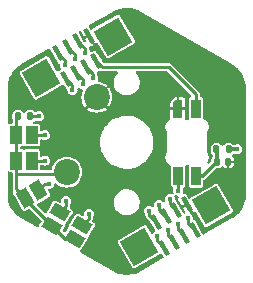
<source format=gbr>
%TF.GenerationSoftware,KiCad,Pcbnew,(6.0.6)*%
%TF.CreationDate,2022-07-10T21:40:21+02:00*%
%TF.ProjectId,GCode_Buttons_Cherry_MX,47436f64-655f-4427-9574-746f6e735f43,rev?*%
%TF.SameCoordinates,Original*%
%TF.FileFunction,Copper,L1,Top*%
%TF.FilePolarity,Positive*%
%FSLAX46Y46*%
G04 Gerber Fmt 4.6, Leading zero omitted, Abs format (unit mm)*
G04 Created by KiCad (PCBNEW (6.0.6)) date 2022-07-10 21:40:21*
%MOMM*%
%LPD*%
G01*
G04 APERTURE LIST*
G04 Aperture macros list*
%AMRoundRect*
0 Rectangle with rounded corners*
0 $1 Rounding radius*
0 $2 $3 $4 $5 $6 $7 $8 $9 X,Y pos of 4 corners*
0 Add a 4 corners polygon primitive as box body*
4,1,4,$2,$3,$4,$5,$6,$7,$8,$9,$2,$3,0*
0 Add four circle primitives for the rounded corners*
1,1,$1+$1,$2,$3*
1,1,$1+$1,$4,$5*
1,1,$1+$1,$6,$7*
1,1,$1+$1,$8,$9*
0 Add four rect primitives between the rounded corners*
20,1,$1+$1,$2,$3,$4,$5,0*
20,1,$1+$1,$4,$5,$6,$7,0*
20,1,$1+$1,$6,$7,$8,$9,0*
20,1,$1+$1,$8,$9,$2,$3,0*%
%AMRotRect*
0 Rectangle, with rotation*
0 The origin of the aperture is its center*
0 $1 length*
0 $2 width*
0 $3 Rotation angle, in degrees counterclockwise*
0 Add horizontal line*
21,1,$1,$2,0,0,$3*%
%AMFreePoly0*
4,1,15,-0.149998,0.780000,0.350000,0.780000,0.353536,0.778536,0.355000,0.775000,0.355000,-0.795000,0.353536,-0.798536,0.350000,-0.800000,-0.450000,-0.800000,-0.453536,-0.798536,-0.455000,-0.795000,-0.455001,0.475000,-0.453536,0.478536,-0.153536,0.778536,-0.150000,0.780001,-0.149998,0.780000,-0.149998,0.780000,$1*%
G04 Aperture macros list end*
%TA.AperFunction,SMDPad,CuDef*%
%ADD10RoundRect,0.082000X0.328000X0.718000X-0.328000X0.718000X-0.328000X-0.718000X0.328000X-0.718000X0*%
%TD*%
%TA.AperFunction,SMDPad,CuDef*%
%ADD11FreePoly0,0.000000*%
%TD*%
%TA.AperFunction,SMDPad,CuDef*%
%ADD12RoundRect,0.082000X-0.328000X-0.718000X0.328000X-0.718000X0.328000X0.718000X-0.328000X0.718000X0*%
%TD*%
%TA.AperFunction,SMDPad,CuDef*%
%ADD13RotRect,1.000000X1.500000X60.000000*%
%TD*%
%TA.AperFunction,SMDPad,CuDef*%
%ADD14RoundRect,0.135000X0.135000X0.185000X-0.135000X0.185000X-0.135000X-0.185000X0.135000X-0.185000X0*%
%TD*%
%TA.AperFunction,SMDPad,CuDef*%
%ADD15R,1.000000X1.500000*%
%TD*%
%TA.AperFunction,SMDPad,CuDef*%
%ADD16RoundRect,0.140000X-0.140000X-0.170000X0.140000X-0.170000X0.140000X0.170000X-0.140000X0.170000X0*%
%TD*%
%TA.AperFunction,SMDPad,CuDef*%
%ADD17RotRect,1.000000X1.500000X30.000000*%
%TD*%
%TA.AperFunction,SMDPad,CuDef*%
%ADD18RotRect,0.400000X1.350000X30.000000*%
%TD*%
%TA.AperFunction,SMDPad,CuDef*%
%ADD19RotRect,2.400000X2.400000X210.000000*%
%TD*%
%TA.AperFunction,ComponentPad*%
%ADD20C,2.200000*%
%TD*%
%TA.AperFunction,ViaPad*%
%ADD21C,0.450000*%
%TD*%
%TA.AperFunction,Conductor*%
%ADD22C,0.300000*%
%TD*%
%TA.AperFunction,Conductor*%
%ADD23C,0.250000*%
%TD*%
G04 APERTURE END LIST*
D10*
%TO.P,D1,1,VDD*%
%TO.N,Net-(C1-Pad1)*%
X105850000Y-102850000D03*
%TO.P,D1,2,DOUT*%
%TO.N,Dout*%
X104350000Y-102850000D03*
D11*
%TO.P,D1,3,VSS*%
%TO.N,GND*%
X104350000Y-97150000D03*
D12*
%TO.P,D1,4,DIN*%
%TO.N,Din*%
X105850000Y-97150000D03*
%TD*%
D13*
%TO.P,JP5,1,A*%
%TO.N,Net-(JP1-Pad1)*%
X95575000Y-108162917D03*
%TO.P,JP5,2,B*%
%TO.N,Net-(J1-Pad5)*%
X96225000Y-107037083D03*
%TD*%
D14*
%TO.P,R1,1*%
%TO.N,+5V*%
X91810000Y-97800000D03*
%TO.P,R1,2*%
%TO.N,Net-(JP1-Pad1)*%
X90790000Y-97800000D03*
%TD*%
D15*
%TO.P,JP2,1,A*%
%TO.N,Net-(JP1-Pad1)*%
X90650000Y-101550000D03*
%TO.P,JP2,2,B*%
%TO.N,Net-(J1-Pad2)*%
X91950000Y-101550000D03*
%TD*%
%TO.P,JP1,1,A*%
%TO.N,Net-(JP1-Pad1)*%
X90650000Y-99400000D03*
%TO.P,JP1,2,B*%
%TO.N,Net-(J1-Pad1)*%
X91950000Y-99400000D03*
%TD*%
D14*
%TO.P,R2,1*%
%TO.N,+5V*%
X108610000Y-100600000D03*
%TO.P,R2,2*%
%TO.N,Net-(C1-Pad1)*%
X107590000Y-100600000D03*
%TD*%
D16*
%TO.P,C1,1*%
%TO.N,Net-(C1-Pad1)*%
X107620000Y-101650000D03*
%TO.P,C1,2*%
%TO.N,GND*%
X108580000Y-101650000D03*
%TD*%
D17*
%TO.P,JP3,1,A*%
%TO.N,Net-(JP1-Pad1)*%
X91387083Y-104725000D03*
%TO.P,JP3,2,B*%
%TO.N,Net-(J1-Pad3)*%
X92512917Y-104075000D03*
%TD*%
D18*
%TO.P,J1,1,Pin_1*%
%TO.N,Net-(J1-Pad1)*%
X94834456Y-94627628D03*
%TO.P,J1,2,Pin_2*%
%TO.N,Net-(J1-Pad2)*%
X94167468Y-92472372D03*
%TO.P,J1,3,Pin_3*%
%TO.N,Net-(J1-Pad3)*%
X95700481Y-94127628D03*
%TO.P,J1,4,Pin_4*%
%TO.N,Net-(J1-Pad4)*%
X95033494Y-91972372D03*
%TO.P,J1,5,Pin_5*%
%TO.N,Net-(J1-Pad5)*%
X96566506Y-93627628D03*
%TO.P,J1,6,Pin_6*%
%TO.N,+5V*%
X95899519Y-91472372D03*
%TO.P,J1,7,Pin_7*%
%TO.N,Din*%
X97432532Y-93127628D03*
%TO.P,J1,8,Pin_8*%
%TO.N,GND*%
X96765544Y-90972372D03*
D19*
%TO.P,J1,MP*%
%TO.N,N/C*%
X98831089Y-91050000D03*
X92768911Y-94550000D03*
%TD*%
D18*
%TO.P,J2,1,Pin_1*%
%TO.N,Net-(J1-Pad1)*%
X103134456Y-108927628D03*
%TO.P,J2,2,Pin_2*%
%TO.N,Net-(J1-Pad2)*%
X102467468Y-106772372D03*
%TO.P,J2,3,Pin_3*%
%TO.N,Net-(J1-Pad3)*%
X104000481Y-108427628D03*
%TO.P,J2,4,Pin_4*%
%TO.N,Net-(J1-Pad4)*%
X103333494Y-106272372D03*
%TO.P,J2,5,Pin_5*%
%TO.N,Net-(J1-Pad5)*%
X104866506Y-107927628D03*
%TO.P,J2,6,Pin_6*%
%TO.N,+5V*%
X104199519Y-105772372D03*
%TO.P,J2,7,Pin_7*%
%TO.N,Dout*%
X105732532Y-107427628D03*
%TO.P,J2,8,Pin_8*%
%TO.N,GND*%
X105065544Y-105272372D03*
D19*
%TO.P,J2,MP*%
%TO.N,N/C*%
X101068911Y-108850000D03*
X107131089Y-105350000D03*
%TD*%
D13*
%TO.P,JP4,1,A*%
%TO.N,Net-(JP1-Pad1)*%
X93675000Y-107062917D03*
%TO.P,JP4,2,B*%
%TO.N,Net-(J1-Pad4)*%
X94325000Y-105937083D03*
%TD*%
D20*
%TO.P,SW1,1,1*%
%TO.N,Net-(JP1-Pad1)*%
X94920000Y-102540000D03*
%TO.P,SW1,2,2*%
%TO.N,GND*%
X97460000Y-96190000D03*
%TD*%
D21*
%TO.N,+5V*%
X103650000Y-104800000D03*
X92550000Y-97800000D03*
X96500000Y-92450000D03*
X109350000Y-100600000D03*
%TO.N,GND*%
X90650000Y-94350000D03*
X109450000Y-94350000D03*
X100000000Y-110850000D03*
X109450000Y-105300000D03*
X97400000Y-91950000D03*
X100000000Y-89000000D03*
X90500000Y-105300000D03*
%TO.N,Net-(J1-Pad4)*%
X95600000Y-92950000D03*
X102750000Y-105300000D03*
X94850000Y-104950000D03*
%TO.N,Net-(J1-Pad1)*%
X102550000Y-107950000D03*
X93050000Y-99400000D03*
X95400000Y-95600000D03*
%TO.N,Net-(J1-Pad2)*%
X93050000Y-101550000D03*
X94750000Y-93450000D03*
X101900000Y-105800000D03*
%TO.N,Net-(J1-Pad3)*%
X93450000Y-103500000D03*
X103450000Y-107450000D03*
X96250000Y-95100000D03*
%TO.N,Net-(J1-Pad5)*%
X104300000Y-106950000D03*
X96800000Y-106050000D03*
X97150000Y-94600000D03*
%TO.N,Dout*%
X105150000Y-106400000D03*
X104350000Y-104100000D03*
%TD*%
D22*
%TO.N,Net-(C1-Pad1)*%
X107620000Y-101650000D02*
X107620000Y-100630000D01*
X107620000Y-100630000D02*
X107590000Y-100600000D01*
X106420000Y-102850000D02*
X107620000Y-101650000D01*
X105850000Y-102850000D02*
X106420000Y-102850000D01*
%TO.N,+5V*%
X108610000Y-100600000D02*
X109350000Y-100600000D01*
D23*
X92550000Y-97800000D02*
X91810000Y-97800000D01*
X96500000Y-92450000D02*
X96500000Y-92082004D01*
X103650000Y-104800000D02*
X103650000Y-105232004D01*
X103650000Y-105232004D02*
X104212019Y-105794023D01*
X96500000Y-92082004D02*
X95912019Y-91494023D01*
%TO.N,Din*%
X97420032Y-93105977D02*
X97964055Y-93650000D01*
X105850000Y-95950000D02*
X105850000Y-97150000D01*
X103550000Y-93650000D02*
X105850000Y-95950000D01*
X97964055Y-93650000D02*
X103550000Y-93650000D01*
%TO.N,Net-(J1-Pad4)*%
X94850000Y-104950000D02*
X94850000Y-105412083D01*
X102750000Y-105300000D02*
X102750000Y-105698029D01*
X95600000Y-92548029D02*
X95045994Y-91994023D01*
X102750000Y-105698029D02*
X103345994Y-106294023D01*
X95600000Y-92950000D02*
X95600000Y-92548029D01*
X94850000Y-105412083D02*
X94325000Y-105937083D01*
%TO.N,Net-(J1-Pad1)*%
X102550000Y-107950000D02*
X102550000Y-108334021D01*
X102550000Y-108334021D02*
X103121956Y-108905977D01*
X95400000Y-95600000D02*
X95400000Y-95184021D01*
X95400000Y-95184021D02*
X94821956Y-94605977D01*
X91950000Y-99400000D02*
X93050000Y-99400000D01*
%TO.N,Net-(J1-Pad2)*%
X94750000Y-93064055D02*
X94179968Y-92494023D01*
X101900000Y-105800000D02*
X101900000Y-106214055D01*
X91950000Y-101550000D02*
X93050000Y-101550000D01*
X101900000Y-106214055D02*
X102479968Y-106794023D01*
X94750000Y-93450000D02*
X94750000Y-93064055D01*
%TO.N,Net-(J1-Pad3)*%
X103450000Y-107450000D02*
X103450000Y-107867996D01*
X96250000Y-94667996D02*
X95687981Y-94105977D01*
X103450000Y-107867996D02*
X103987981Y-108405977D01*
X96250000Y-95100000D02*
X96250000Y-94667996D01*
X93450000Y-103500000D02*
X93087917Y-103500000D01*
X93087917Y-103500000D02*
X92512917Y-104075000D01*
%TO.N,Net-(J1-Pad5)*%
X96800000Y-106050000D02*
X96800000Y-106462083D01*
X96800000Y-106462083D02*
X96225000Y-107037083D01*
X104300000Y-107351971D02*
X104854006Y-107905977D01*
X97150000Y-94600000D02*
X97150000Y-94201971D01*
X104300000Y-106950000D02*
X104300000Y-107351971D01*
X97150000Y-94201971D02*
X96554006Y-93605977D01*
%TO.N,Dout*%
X104350000Y-102750000D02*
X104350000Y-104100000D01*
X105150000Y-106400000D02*
X105150000Y-106835945D01*
X105150000Y-106835945D02*
X105720032Y-107405977D01*
%TO.N,Net-(JP1-Pad1)*%
X94775000Y-108162917D02*
X93675000Y-107062917D01*
X90650000Y-101550000D02*
X90650000Y-102700000D01*
X90650000Y-102700000D02*
X90650000Y-103987917D01*
X90650000Y-99400000D02*
X90650000Y-97940000D01*
X91387083Y-104775000D02*
X91387083Y-104725000D01*
X94760000Y-102700000D02*
X90650000Y-102700000D01*
X90650000Y-97940000D02*
X90790000Y-97800000D01*
X94920000Y-102540000D02*
X94760000Y-102700000D01*
X90650000Y-99400000D02*
X90650000Y-101550000D01*
X95575000Y-108162917D02*
X94775000Y-108162917D01*
X90650000Y-103987917D02*
X91387083Y-104725000D01*
X93675000Y-107062917D02*
X91387083Y-104775000D01*
%TD*%
%TA.AperFunction,Conductor*%
%TO.N,GND*%
G36*
X93484030Y-92099315D02*
G01*
X93503522Y-92123386D01*
X94165564Y-93270076D01*
X94165572Y-93270087D01*
X94167999Y-93274291D01*
X94171200Y-93277941D01*
X94171202Y-93277944D01*
X94186602Y-93295504D01*
X94207315Y-93319123D01*
X94216056Y-93323434D01*
X94216058Y-93323435D01*
X94265201Y-93347669D01*
X94309029Y-93390364D01*
X94320415Y-93436460D01*
X94320415Y-93442303D01*
X94319196Y-93450000D01*
X94340281Y-93583126D01*
X94343817Y-93590065D01*
X94343817Y-93590066D01*
X94359190Y-93620236D01*
X94401472Y-93703220D01*
X94413866Y-93715614D01*
X94441643Y-93770131D01*
X94432072Y-93830563D01*
X94393365Y-93871352D01*
X94206399Y-93979297D01*
X94202741Y-93982504D01*
X94202738Y-93982507D01*
X94197629Y-93986987D01*
X94141412Y-94011139D01*
X94081736Y-93997635D01*
X94046618Y-93962054D01*
X94046446Y-93961755D01*
X93371906Y-92793417D01*
X93355133Y-92774291D01*
X93339020Y-92755917D01*
X93339017Y-92755915D01*
X93332590Y-92748586D01*
X93261051Y-92713308D01*
X93251320Y-92712670D01*
X93238318Y-92711818D01*
X93181458Y-92708090D01*
X93172226Y-92711224D01*
X93172225Y-92711224D01*
X93129598Y-92725694D01*
X93124994Y-92727257D01*
X93120786Y-92729687D01*
X93120785Y-92729687D01*
X92878935Y-92869319D01*
X91012328Y-93947005D01*
X91008670Y-93950213D01*
X90974828Y-93979891D01*
X90974826Y-93979894D01*
X90967497Y-93986321D01*
X90963184Y-93995067D01*
X90955102Y-94011457D01*
X90932219Y-94057860D01*
X90927001Y-94137453D01*
X90930135Y-94146685D01*
X90930135Y-94146686D01*
X90936284Y-94164799D01*
X90946168Y-94193917D01*
X92165916Y-96306583D01*
X92169124Y-96310241D01*
X92198802Y-96344083D01*
X92198805Y-96344085D01*
X92205232Y-96351414D01*
X92276771Y-96386692D01*
X92286502Y-96387330D01*
X92299504Y-96388182D01*
X92356364Y-96391910D01*
X92365596Y-96388776D01*
X92365597Y-96388776D01*
X92408224Y-96374306D01*
X92408225Y-96374305D01*
X92412828Y-96372743D01*
X92424707Y-96365885D01*
X93093112Y-95979981D01*
X94525494Y-95152995D01*
X94529148Y-95149791D01*
X94529153Y-95149787D01*
X94534259Y-95145308D01*
X94590474Y-95121153D01*
X94650151Y-95134654D01*
X94685273Y-95170237D01*
X94832552Y-95425332D01*
X94832560Y-95425343D01*
X94834987Y-95429547D01*
X94838188Y-95433197D01*
X94838190Y-95433200D01*
X94858269Y-95456095D01*
X94874303Y-95474379D01*
X94883043Y-95478689D01*
X94883047Y-95478692D01*
X94915373Y-95494632D01*
X94959201Y-95537325D01*
X94966984Y-95584513D01*
X94970415Y-95584513D01*
X94970415Y-95592304D01*
X94969196Y-95600000D01*
X94990281Y-95733126D01*
X94993817Y-95740065D01*
X94993817Y-95740066D01*
X95047531Y-95845485D01*
X95051472Y-95853220D01*
X95146780Y-95948528D01*
X95153717Y-95952063D01*
X95153719Y-95952064D01*
X95210282Y-95980884D01*
X95266874Y-96009719D01*
X95274568Y-96010938D01*
X95274569Y-96010938D01*
X95392304Y-96029585D01*
X95400000Y-96030804D01*
X95407696Y-96029585D01*
X95525431Y-96010938D01*
X95525432Y-96010938D01*
X95533126Y-96009719D01*
X95589718Y-95980884D01*
X95646281Y-95952064D01*
X95646283Y-95952063D01*
X95653220Y-95948528D01*
X95748528Y-95853220D01*
X95752470Y-95845485D01*
X95806183Y-95740066D01*
X95806183Y-95740065D01*
X95809719Y-95733126D01*
X95830804Y-95600000D01*
X95818727Y-95523750D01*
X95828298Y-95463319D01*
X95871563Y-95420055D01*
X95931995Y-95410483D01*
X95986512Y-95438260D01*
X95996780Y-95448528D01*
X96003717Y-95452063D01*
X96003719Y-95452064D01*
X96055980Y-95478692D01*
X96116874Y-95509719D01*
X96197529Y-95522493D01*
X96252045Y-95550270D01*
X96279823Y-95604786D01*
X96271766Y-95662113D01*
X96235561Y-95739755D01*
X96232615Y-95747848D01*
X96175978Y-95959218D01*
X96174482Y-95967706D01*
X96155411Y-96185691D01*
X96155411Y-96194309D01*
X96174482Y-96412294D01*
X96175978Y-96420782D01*
X96232615Y-96632152D01*
X96235561Y-96640245D01*
X96328036Y-96838558D01*
X96332348Y-96846028D01*
X96457859Y-97025275D01*
X96460209Y-97028076D01*
X96470847Y-97033496D01*
X96475878Y-97032700D01*
X97317782Y-96190797D01*
X97606453Y-96190797D01*
X97607249Y-96195828D01*
X98438864Y-97027442D01*
X98450747Y-97033496D01*
X98455778Y-97032700D01*
X98456608Y-97031870D01*
X98462141Y-97025275D01*
X98587652Y-96846028D01*
X98591964Y-96838558D01*
X98684439Y-96640245D01*
X98687385Y-96632152D01*
X98744022Y-96420782D01*
X98745518Y-96412294D01*
X98764589Y-96194309D01*
X98764589Y-96185691D01*
X98745518Y-95967706D01*
X98744022Y-95959218D01*
X98687385Y-95747848D01*
X98684439Y-95739755D01*
X98591964Y-95541442D01*
X98587652Y-95533972D01*
X98462141Y-95354725D01*
X98459791Y-95351924D01*
X98449153Y-95346504D01*
X98444122Y-95347300D01*
X97612507Y-96178914D01*
X97606453Y-96190797D01*
X97317782Y-96190797D01*
X97460000Y-96048579D01*
X98297442Y-95211136D01*
X98303496Y-95199253D01*
X98302700Y-95194222D01*
X98301870Y-95193392D01*
X98295275Y-95187859D01*
X98116028Y-95062348D01*
X98108558Y-95058036D01*
X97910245Y-94965561D01*
X97902152Y-94962615D01*
X97690782Y-94905978D01*
X97682295Y-94904482D01*
X97627580Y-94899695D01*
X97571259Y-94875788D01*
X97539746Y-94823342D01*
X97545079Y-94762390D01*
X97548000Y-94756126D01*
X97556182Y-94740068D01*
X97556182Y-94740067D01*
X97559719Y-94733126D01*
X97572917Y-94649800D01*
X97579585Y-94607696D01*
X97580804Y-94600000D01*
X97559719Y-94466874D01*
X97498528Y-94346780D01*
X97494155Y-94342407D01*
X97475500Y-94284990D01*
X97475500Y-94220505D01*
X97475877Y-94211876D01*
X97477123Y-94197640D01*
X97479264Y-94173164D01*
X97469270Y-94135869D01*
X97472471Y-94074769D01*
X97510974Y-94027218D01*
X97571370Y-94011457D01*
X97603894Y-94013588D01*
X97623510Y-94014874D01*
X97632742Y-94011740D01*
X97632744Y-94011740D01*
X97674295Y-93997635D01*
X97679975Y-93995707D01*
X97745673Y-93957776D01*
X97805521Y-93945055D01*
X97824208Y-93950238D01*
X97824390Y-93949559D01*
X97825848Y-93949950D01*
X97831273Y-93952197D01*
X97835357Y-93953330D01*
X97835370Y-93953295D01*
X97835811Y-93953455D01*
X97837010Y-93953788D01*
X97838026Y-93954262D01*
X97843511Y-93956258D01*
X97851010Y-93960588D01*
X97859536Y-93962091D01*
X97859538Y-93962092D01*
X97889271Y-93967334D01*
X97897705Y-93969204D01*
X97935248Y-93979264D01*
X97973963Y-93975877D01*
X97982592Y-93975500D01*
X99145527Y-93975500D01*
X99203718Y-93994407D01*
X99239682Y-94043907D01*
X99239682Y-94105093D01*
X99220301Y-94139384D01*
X99099990Y-94278029D01*
X98994834Y-94459799D01*
X98993290Y-94464244D01*
X98993290Y-94464245D01*
X98932540Y-94639189D01*
X98925947Y-94658174D01*
X98925271Y-94662836D01*
X98901999Y-94823342D01*
X98895814Y-94865996D01*
X98896032Y-94870707D01*
X98896032Y-94870708D01*
X98897665Y-94905978D01*
X98905523Y-95075767D01*
X98906628Y-95080351D01*
X98932538Y-95187859D01*
X98954724Y-95279918D01*
X99041640Y-95471081D01*
X99163137Y-95642360D01*
X99236484Y-95712574D01*
X99311427Y-95784317D01*
X99311431Y-95784320D01*
X99314831Y-95787575D01*
X99491246Y-95901485D01*
X99495623Y-95903249D01*
X99657596Y-95968526D01*
X99686019Y-95979981D01*
X99690643Y-95980884D01*
X99888627Y-96019548D01*
X99888634Y-96019549D01*
X99892122Y-96020230D01*
X99897643Y-96020500D01*
X100052469Y-96020500D01*
X100165466Y-96009719D01*
X100204353Y-96006009D01*
X100204355Y-96006009D01*
X100209046Y-96005561D01*
X100410549Y-95946447D01*
X100597239Y-95850295D01*
X100737963Y-95739755D01*
X100758672Y-95723488D01*
X100758673Y-95723487D01*
X100762379Y-95720576D01*
X100900010Y-95561971D01*
X101005166Y-95380201D01*
X101039990Y-95279918D01*
X101072509Y-95186273D01*
X101072510Y-95186271D01*
X101074053Y-95181826D01*
X101078677Y-95149937D01*
X101103509Y-94978674D01*
X101103509Y-94978673D01*
X101104186Y-94974004D01*
X101102128Y-94929547D01*
X101094695Y-94768941D01*
X101094695Y-94768940D01*
X101094477Y-94764233D01*
X101070040Y-94662836D01*
X101046381Y-94564665D01*
X101046379Y-94564660D01*
X101045276Y-94560082D01*
X101014750Y-94492942D01*
X100968028Y-94390182D01*
X100958360Y-94368919D01*
X100836863Y-94197640D01*
X100790542Y-94153297D01*
X100782934Y-94146014D01*
X100753974Y-94092116D01*
X100762225Y-94031490D01*
X100804536Y-93987292D01*
X100851394Y-93975500D01*
X103374166Y-93975500D01*
X103432357Y-93994407D01*
X103444170Y-94004496D01*
X105448106Y-96008433D01*
X105475883Y-96062950D01*
X105466312Y-96123382D01*
X105418291Y-96168913D01*
X105359219Y-96195152D01*
X105284868Y-96269632D01*
X105281172Y-96277992D01*
X105248713Y-96351414D01*
X105242315Y-96365885D01*
X105239500Y-96390031D01*
X105239501Y-97909968D01*
X105242431Y-97934603D01*
X105246136Y-97942943D01*
X105253851Y-97960313D01*
X105260194Y-98021169D01*
X105229555Y-98074130D01*
X105173638Y-98098968D01*
X105163375Y-98099501D01*
X104999235Y-98099501D01*
X104941044Y-98080594D01*
X104905080Y-98031094D01*
X104902137Y-97981187D01*
X104907429Y-97954583D01*
X104907430Y-97942943D01*
X104908918Y-97938365D01*
X104908918Y-97265680D01*
X104904796Y-97252995D01*
X104900675Y-97250000D01*
X103706762Y-97250000D01*
X103694077Y-97254122D01*
X103691082Y-97258243D01*
X103691082Y-97933502D01*
X103692572Y-97942913D01*
X103692571Y-97954539D01*
X103695629Y-97969924D01*
X103688430Y-98030684D01*
X103646595Y-98075774D01*
X103558084Y-98124929D01*
X103445770Y-98223299D01*
X103420024Y-98257942D01*
X103373533Y-98320500D01*
X103356713Y-98343132D01*
X103294914Y-98479043D01*
X103263149Y-98624927D01*
X103262846Y-98774228D01*
X103294018Y-98920240D01*
X103296175Y-98925035D01*
X103347973Y-99040190D01*
X103351957Y-99050715D01*
X103352127Y-99051101D01*
X103353783Y-99056435D01*
X103354144Y-99057056D01*
X103357987Y-99061155D01*
X103361335Y-99065653D01*
X103360577Y-99066218D01*
X103372215Y-99083344D01*
X103377334Y-99094200D01*
X103383350Y-99110555D01*
X103392558Y-99144575D01*
X103395610Y-99161720D01*
X103396653Y-99173533D01*
X103395987Y-99183154D01*
X103396865Y-99183156D01*
X103396845Y-99194303D01*
X103394345Y-99205169D01*
X103397062Y-99217181D01*
X103399501Y-99239022D01*
X103399501Y-100760446D01*
X103396985Y-100782623D01*
X103394344Y-100794113D01*
X103396806Y-100804988D01*
X103396787Y-100816134D01*
X103396047Y-100816133D01*
X103396713Y-100826038D01*
X103395633Y-100838279D01*
X103392577Y-100855443D01*
X103383374Y-100889444D01*
X103377363Y-100905791D01*
X103372481Y-100916143D01*
X103360882Y-100933132D01*
X103361720Y-100933761D01*
X103358355Y-100938249D01*
X103354506Y-100942325D01*
X103354143Y-100942944D01*
X103352463Y-100948288D01*
X103352403Y-100948423D01*
X103348353Y-100959063D01*
X103296215Y-101074975D01*
X103296213Y-101074980D01*
X103294057Y-101079774D01*
X103262887Y-101225776D01*
X103263190Y-101375069D01*
X103294953Y-101520944D01*
X103297127Y-101525725D01*
X103297128Y-101525728D01*
X103308165Y-101550000D01*
X103356749Y-101656847D01*
X103445801Y-101776673D01*
X103449758Y-101780139D01*
X103449761Y-101780142D01*
X103537056Y-101856599D01*
X103558108Y-101875037D01*
X103562705Y-101877590D01*
X103681530Y-101943581D01*
X103688563Y-101947487D01*
X103688564Y-101947488D01*
X103688624Y-101947521D01*
X103688617Y-101947534D01*
X103733424Y-101986429D01*
X103747229Y-102046037D01*
X103744623Y-102060665D01*
X103742315Y-102065885D01*
X103739500Y-102090031D01*
X103739501Y-103609968D01*
X103739848Y-103612883D01*
X103739848Y-103612888D01*
X103741553Y-103627223D01*
X103742431Y-103634603D01*
X103785152Y-103730781D01*
X103859632Y-103805132D01*
X103867992Y-103808828D01*
X103897049Y-103821674D01*
X103942626Y-103862496D01*
X103955503Y-103922311D01*
X103945230Y-103957160D01*
X103940281Y-103966874D01*
X103919196Y-104100000D01*
X103920415Y-104107696D01*
X103937012Y-104212484D01*
X103940281Y-104233126D01*
X103943817Y-104240065D01*
X103943817Y-104240066D01*
X103965213Y-104282058D01*
X103974784Y-104342490D01*
X103947006Y-104397007D01*
X103892490Y-104424784D01*
X103832058Y-104415213D01*
X103790066Y-104393817D01*
X103790065Y-104393817D01*
X103783126Y-104390281D01*
X103775432Y-104389062D01*
X103775431Y-104389062D01*
X103657696Y-104370415D01*
X103650000Y-104369196D01*
X103642304Y-104370415D01*
X103524569Y-104389062D01*
X103524568Y-104389062D01*
X103516874Y-104390281D01*
X103509935Y-104393817D01*
X103509934Y-104393817D01*
X103403719Y-104447936D01*
X103403717Y-104447937D01*
X103396780Y-104451472D01*
X103301472Y-104546780D01*
X103297937Y-104553717D01*
X103297936Y-104553719D01*
X103256483Y-104635075D01*
X103240281Y-104666874D01*
X103219196Y-104800000D01*
X103233302Y-104889062D01*
X103240281Y-104933126D01*
X103237680Y-104933538D01*
X103237683Y-104982357D01*
X103201722Y-105031859D01*
X103143532Y-105050770D01*
X103085341Y-105031866D01*
X103073522Y-105021774D01*
X103003220Y-104951472D01*
X102996283Y-104947937D01*
X102996281Y-104947936D01*
X102890066Y-104893817D01*
X102890065Y-104893817D01*
X102883126Y-104890281D01*
X102875432Y-104889062D01*
X102875431Y-104889062D01*
X102757696Y-104870415D01*
X102750000Y-104869196D01*
X102742304Y-104870415D01*
X102624569Y-104889062D01*
X102624568Y-104889062D01*
X102616874Y-104890281D01*
X102609935Y-104893817D01*
X102609934Y-104893817D01*
X102503719Y-104947936D01*
X102503717Y-104947937D01*
X102496780Y-104951472D01*
X102401472Y-105046780D01*
X102397937Y-105053717D01*
X102397936Y-105053719D01*
X102346025Y-105155601D01*
X102340281Y-105166874D01*
X102339062Y-105174568D01*
X102339062Y-105174569D01*
X102332604Y-105215345D01*
X102319196Y-105300000D01*
X102330551Y-105371688D01*
X102331273Y-105376249D01*
X102321702Y-105436681D01*
X102278437Y-105479945D01*
X102218005Y-105489517D01*
X102163488Y-105461740D01*
X102153220Y-105451472D01*
X102146283Y-105447937D01*
X102146281Y-105447936D01*
X102040066Y-105393817D01*
X102040065Y-105393817D01*
X102033126Y-105390281D01*
X102025432Y-105389062D01*
X102025431Y-105389062D01*
X101907696Y-105370415D01*
X101900000Y-105369196D01*
X101892304Y-105370415D01*
X101774569Y-105389062D01*
X101774568Y-105389062D01*
X101766874Y-105390281D01*
X101759935Y-105393817D01*
X101759934Y-105393817D01*
X101653719Y-105447936D01*
X101653717Y-105447937D01*
X101646780Y-105451472D01*
X101551472Y-105546780D01*
X101547937Y-105553717D01*
X101547936Y-105553719D01*
X101536457Y-105576248D01*
X101490281Y-105666874D01*
X101489062Y-105674568D01*
X101489062Y-105674569D01*
X101480991Y-105725531D01*
X101469196Y-105800000D01*
X101473403Y-105826560D01*
X101488926Y-105924569D01*
X101490281Y-105933126D01*
X101493817Y-105940065D01*
X101493817Y-105940066D01*
X101511023Y-105973835D01*
X101551472Y-106053220D01*
X101555845Y-106057593D01*
X101574500Y-106115010D01*
X101574500Y-106195521D01*
X101574123Y-106204150D01*
X101570736Y-106242862D01*
X101572978Y-106251229D01*
X101580796Y-106280404D01*
X101582666Y-106288839D01*
X101585202Y-106303220D01*
X101589412Y-106327100D01*
X101593742Y-106334599D01*
X101595738Y-106340084D01*
X101598204Y-106345371D01*
X101600446Y-106353739D01*
X101621013Y-106383111D01*
X101622732Y-106385566D01*
X101627371Y-106392847D01*
X101646806Y-106426510D01*
X101668367Y-106444602D01*
X101676571Y-106451486D01*
X101682939Y-106457320D01*
X102005386Y-106779767D01*
X102021114Y-106800265D01*
X102389044Y-107437536D01*
X102401765Y-107497384D01*
X102376878Y-107553280D01*
X102348253Y-107575245D01*
X102337200Y-107580877D01*
X102303719Y-107597936D01*
X102303717Y-107597937D01*
X102296780Y-107601472D01*
X102201472Y-107696780D01*
X102197936Y-107703719D01*
X102193355Y-107710025D01*
X102191597Y-107708748D01*
X102156035Y-107744310D01*
X102095604Y-107753884D01*
X102041086Y-107726107D01*
X102025351Y-107705602D01*
X101744697Y-107219495D01*
X101671906Y-107093417D01*
X101664536Y-107085013D01*
X101639020Y-107055917D01*
X101639017Y-107055915D01*
X101632590Y-107048586D01*
X101621342Y-107043039D01*
X101569797Y-107017621D01*
X101561051Y-107013308D01*
X101551320Y-107012670D01*
X101532923Y-107011464D01*
X101481458Y-107008090D01*
X101472226Y-107011224D01*
X101472225Y-107011224D01*
X101429598Y-107025694D01*
X101424994Y-107027257D01*
X101420786Y-107029687D01*
X101420785Y-107029687D01*
X101332121Y-107080877D01*
X99312328Y-108247005D01*
X99308670Y-108250213D01*
X99274828Y-108279891D01*
X99274826Y-108279894D01*
X99267497Y-108286321D01*
X99232219Y-108357860D01*
X99227001Y-108437453D01*
X99246168Y-108493917D01*
X100465916Y-110606583D01*
X100469124Y-110610241D01*
X100498802Y-110644083D01*
X100498805Y-110644085D01*
X100505232Y-110651414D01*
X100576771Y-110686692D01*
X100586502Y-110687330D01*
X100599504Y-110688182D01*
X100656364Y-110691910D01*
X100665596Y-110688776D01*
X100665597Y-110688776D01*
X100708224Y-110674306D01*
X100708225Y-110674305D01*
X100712828Y-110672743D01*
X102825494Y-109452995D01*
X102829148Y-109449791D01*
X102829153Y-109449787D01*
X102834259Y-109445308D01*
X102890474Y-109421153D01*
X102950151Y-109434654D01*
X102985273Y-109470237D01*
X103103928Y-109675752D01*
X103116650Y-109735600D01*
X103091764Y-109791496D01*
X103067692Y-109810989D01*
X101179205Y-110901308D01*
X101158731Y-110910220D01*
X101158140Y-110910401D01*
X101158138Y-110910402D01*
X101147479Y-110913671D01*
X101139291Y-110921240D01*
X101129917Y-110926631D01*
X101121282Y-110932612D01*
X100915933Y-111035747D01*
X100905361Y-111040307D01*
X100664922Y-111127824D01*
X100653893Y-111131126D01*
X100404920Y-111190136D01*
X100393582Y-111192136D01*
X100139428Y-111221843D01*
X100127935Y-111222512D01*
X99872065Y-111222512D01*
X99860572Y-111221843D01*
X99606418Y-111192136D01*
X99595080Y-111190136D01*
X99346108Y-111131126D01*
X99335079Y-111127824D01*
X99094640Y-111040307D01*
X99084068Y-111035747D01*
X98879180Y-110932844D01*
X98870991Y-110927150D01*
X98870950Y-110927220D01*
X98861304Y-110921628D01*
X98853143Y-110914031D01*
X98841453Y-110910401D01*
X98841398Y-110910384D01*
X98821254Y-110901574D01*
X98820794Y-110901308D01*
X96312242Y-109452995D01*
X96075578Y-109316357D01*
X96034637Y-109270887D01*
X96028241Y-109210037D01*
X96058834Y-109157049D01*
X96081293Y-109141829D01*
X96090223Y-109137426D01*
X96090227Y-109137423D01*
X96098967Y-109133113D01*
X96138283Y-109088282D01*
X96605008Y-108279891D01*
X96655601Y-108192261D01*
X96655601Y-108192260D01*
X96658031Y-108188052D01*
X96677198Y-108131588D01*
X96675879Y-108111464D01*
X96690940Y-108052161D01*
X96730881Y-108016199D01*
X96740220Y-108011593D01*
X96740222Y-108011592D01*
X96748967Y-108007279D01*
X96788283Y-107962448D01*
X97238656Y-107182379D01*
X97305601Y-107066427D01*
X97305601Y-107066426D01*
X97308031Y-107062218D01*
X97312054Y-107050366D01*
X97324064Y-107014987D01*
X97324064Y-107014986D01*
X97327198Y-107005754D01*
X97321981Y-106926161D01*
X97317069Y-106916199D01*
X97291016Y-106863368D01*
X97286703Y-106854622D01*
X97268696Y-106838831D01*
X97245526Y-106818511D01*
X97245524Y-106818510D01*
X97241871Y-106815306D01*
X97127609Y-106749337D01*
X97086671Y-106703870D01*
X97080275Y-106643020D01*
X97091582Y-106617018D01*
X97090925Y-106616712D01*
X97094585Y-106608863D01*
X97099554Y-106601767D01*
X97101796Y-106593400D01*
X97104262Y-106588112D01*
X97106258Y-106582627D01*
X97110588Y-106575128D01*
X97113195Y-106560346D01*
X97117334Y-106536867D01*
X97119204Y-106528432D01*
X97127022Y-106499257D01*
X97129264Y-106490890D01*
X97125877Y-106452174D01*
X97125500Y-106443546D01*
X97125500Y-106365010D01*
X97144155Y-106307593D01*
X97148528Y-106303220D01*
X97201202Y-106199841D01*
X97206183Y-106190066D01*
X97206183Y-106190065D01*
X97209719Y-106183126D01*
X97216410Y-106140884D01*
X97229585Y-106057696D01*
X97230804Y-106050000D01*
X97221570Y-105991698D01*
X97210938Y-105924569D01*
X97210938Y-105924568D01*
X97209719Y-105916874D01*
X97206183Y-105909934D01*
X97152064Y-105803719D01*
X97152063Y-105803717D01*
X97148528Y-105796780D01*
X97053220Y-105701472D01*
X97046283Y-105697937D01*
X97046281Y-105697936D01*
X96940066Y-105643817D01*
X96940065Y-105643817D01*
X96933126Y-105640281D01*
X96925432Y-105639062D01*
X96925431Y-105639062D01*
X96807696Y-105620415D01*
X96800000Y-105619196D01*
X96792304Y-105620415D01*
X96674569Y-105639062D01*
X96674568Y-105639062D01*
X96666874Y-105640281D01*
X96659935Y-105643817D01*
X96659934Y-105643817D01*
X96553719Y-105697936D01*
X96553717Y-105697937D01*
X96546780Y-105701472D01*
X96451472Y-105796780D01*
X96447937Y-105803717D01*
X96447936Y-105803719D01*
X96393817Y-105909934D01*
X96390281Y-105916874D01*
X96389062Y-105924568D01*
X96389062Y-105924569D01*
X96378430Y-105991698D01*
X96369196Y-106050000D01*
X96376508Y-106096163D01*
X96382307Y-106132779D01*
X96372736Y-106193211D01*
X96329471Y-106236476D01*
X96269039Y-106246047D01*
X96235026Y-106234003D01*
X95912840Y-106047989D01*
X95912838Y-106047988D01*
X95908629Y-106045558D01*
X95899043Y-106042304D01*
X95861398Y-106029525D01*
X95861396Y-106029525D01*
X95852164Y-106026391D01*
X95800456Y-106029781D01*
X95782302Y-106030971D01*
X95772571Y-106031609D01*
X95701033Y-106066887D01*
X95661717Y-106111718D01*
X95141969Y-107011948D01*
X95140407Y-107016551D01*
X95140406Y-107016552D01*
X95131637Y-107042386D01*
X95122802Y-107068412D01*
X95123788Y-107083448D01*
X95124121Y-107088536D01*
X95109060Y-107147839D01*
X95069119Y-107183801D01*
X95059780Y-107188407D01*
X95059778Y-107188408D01*
X95051033Y-107192721D01*
X95044605Y-107200051D01*
X95014925Y-107233893D01*
X95014921Y-107233898D01*
X95011717Y-107237552D01*
X95009285Y-107241764D01*
X95009283Y-107241767D01*
X94917288Y-107401107D01*
X94833866Y-107545599D01*
X94819366Y-107570713D01*
X94773897Y-107611654D01*
X94713047Y-107618050D01*
X94663626Y-107591217D01*
X94593020Y-107520611D01*
X94565243Y-107466094D01*
X94577288Y-107401107D01*
X94758031Y-107088052D01*
X94761395Y-107078142D01*
X94774064Y-107040821D01*
X94774064Y-107040820D01*
X94777198Y-107031588D01*
X94775879Y-107011464D01*
X94790940Y-106952161D01*
X94830881Y-106916199D01*
X94840220Y-106911593D01*
X94840222Y-106911592D01*
X94848967Y-106907279D01*
X94888283Y-106862448D01*
X95304878Y-106140884D01*
X95405601Y-105966427D01*
X95405601Y-105966426D01*
X95408031Y-105962218D01*
X95416420Y-105937504D01*
X95424064Y-105914987D01*
X95424064Y-105914986D01*
X95427198Y-105905754D01*
X95421981Y-105826161D01*
X95414542Y-105811074D01*
X95391016Y-105763368D01*
X95386703Y-105754622D01*
X95353531Y-105725531D01*
X95345524Y-105718509D01*
X95345521Y-105718507D01*
X95341871Y-105715306D01*
X95205487Y-105636565D01*
X95164546Y-105591095D01*
X95158150Y-105530245D01*
X95158660Y-105528468D01*
X95160588Y-105525128D01*
X95167337Y-105486854D01*
X95169206Y-105478427D01*
X95177022Y-105449256D01*
X95177022Y-105449253D01*
X95179263Y-105440890D01*
X95175877Y-105402186D01*
X95175500Y-105393558D01*
X95175500Y-105265010D01*
X95194155Y-105207593D01*
X95198528Y-105203220D01*
X95243848Y-105114274D01*
X95256183Y-105090066D01*
X95256183Y-105090065D01*
X95259719Y-105083126D01*
X95268768Y-105025996D01*
X98895814Y-105025996D01*
X98896032Y-105030707D01*
X98896032Y-105030708D01*
X98904333Y-105210046D01*
X98905523Y-105235767D01*
X98911172Y-105259206D01*
X98952879Y-105432262D01*
X98954724Y-105439918D01*
X98956674Y-105444206D01*
X98956674Y-105444207D01*
X98958970Y-105449256D01*
X99041640Y-105631081D01*
X99163137Y-105802360D01*
X99204692Y-105842140D01*
X99311427Y-105944317D01*
X99311431Y-105944320D01*
X99314831Y-105947575D01*
X99491246Y-106061485D01*
X99495623Y-106063249D01*
X99671233Y-106134022D01*
X99686019Y-106139981D01*
X99690643Y-106140884D01*
X99888627Y-106179548D01*
X99888634Y-106179549D01*
X99892122Y-106180230D01*
X99897643Y-106180500D01*
X100052469Y-106180500D01*
X100148540Y-106171334D01*
X100204353Y-106166009D01*
X100204355Y-106166009D01*
X100209046Y-106165561D01*
X100410549Y-106106447D01*
X100597239Y-106010295D01*
X100735204Y-105901922D01*
X100758672Y-105883488D01*
X100758673Y-105883487D01*
X100762379Y-105880576D01*
X100886393Y-105737663D01*
X100896921Y-105725531D01*
X100896922Y-105725530D01*
X100900010Y-105721971D01*
X101005166Y-105540201D01*
X101026090Y-105479945D01*
X101072509Y-105346273D01*
X101072510Y-105346271D01*
X101074053Y-105341826D01*
X101098378Y-105174064D01*
X101103509Y-105138674D01*
X101103509Y-105138673D01*
X101104186Y-105134004D01*
X101096811Y-104974661D01*
X101094695Y-104928941D01*
X101094695Y-104928940D01*
X101094477Y-104924233D01*
X101070458Y-104824569D01*
X101046381Y-104724665D01*
X101046379Y-104724660D01*
X101045276Y-104720082D01*
X100958360Y-104528919D01*
X100836863Y-104357640D01*
X100729025Y-104254408D01*
X100688573Y-104215683D01*
X100688569Y-104215680D01*
X100685169Y-104212425D01*
X100508754Y-104098515D01*
X100493343Y-104092304D01*
X100318356Y-104021782D01*
X100318354Y-104021781D01*
X100313981Y-104020019D01*
X100297108Y-104016724D01*
X100111373Y-103980452D01*
X100111366Y-103980451D01*
X100107878Y-103979770D01*
X100102357Y-103979500D01*
X99947531Y-103979500D01*
X99851460Y-103988666D01*
X99795647Y-103993991D01*
X99795645Y-103993991D01*
X99790954Y-103994439D01*
X99589451Y-104053553D01*
X99402761Y-104149705D01*
X99237621Y-104279424D01*
X99158663Y-104370415D01*
X99104730Y-104432567D01*
X99099990Y-104438029D01*
X98994834Y-104619799D01*
X98993290Y-104624244D01*
X98993290Y-104624245D01*
X98929586Y-104807696D01*
X98925947Y-104818174D01*
X98925271Y-104822836D01*
X98898415Y-105008060D01*
X98895814Y-105025996D01*
X95268768Y-105025996D01*
X95279585Y-104957696D01*
X95279585Y-104957695D01*
X95280804Y-104950000D01*
X95271355Y-104890343D01*
X95260938Y-104824569D01*
X95260938Y-104824568D01*
X95259719Y-104816874D01*
X95247200Y-104792304D01*
X95202064Y-104703719D01*
X95202063Y-104703717D01*
X95198528Y-104696780D01*
X95103220Y-104601472D01*
X95096283Y-104597937D01*
X95096281Y-104597936D01*
X94990066Y-104543817D01*
X94990065Y-104543817D01*
X94983126Y-104540281D01*
X94975432Y-104539062D01*
X94975431Y-104539062D01*
X94857696Y-104520415D01*
X94850000Y-104519196D01*
X94842304Y-104520415D01*
X94724569Y-104539062D01*
X94724568Y-104539062D01*
X94716874Y-104540281D01*
X94709935Y-104543817D01*
X94709934Y-104543817D01*
X94603719Y-104597936D01*
X94603717Y-104597937D01*
X94596780Y-104601472D01*
X94501472Y-104696780D01*
X94497937Y-104703717D01*
X94497936Y-104703719D01*
X94452800Y-104792304D01*
X94440281Y-104816874D01*
X94439062Y-104824568D01*
X94439062Y-104824569D01*
X94428645Y-104890343D01*
X94419196Y-104950000D01*
X94427275Y-105001007D01*
X94417704Y-105061437D01*
X94374440Y-105104702D01*
X94314008Y-105114274D01*
X94279994Y-105102230D01*
X94012840Y-104947989D01*
X94012838Y-104947988D01*
X94008629Y-104945558D01*
X93999043Y-104942304D01*
X93961398Y-104929525D01*
X93961396Y-104929525D01*
X93952164Y-104926391D01*
X93900456Y-104929781D01*
X93882302Y-104930971D01*
X93872571Y-104931609D01*
X93801033Y-104966887D01*
X93761717Y-105011718D01*
X93395751Y-105645590D01*
X93247758Y-105901922D01*
X93241969Y-105911948D01*
X93240407Y-105916551D01*
X93240406Y-105916552D01*
X93227858Y-105953517D01*
X93191249Y-106002542D01*
X93132816Y-106020686D01*
X93074877Y-106001018D01*
X93064108Y-105991698D01*
X92416853Y-105344444D01*
X92389076Y-105289927D01*
X92398647Y-105229495D01*
X92441912Y-105186230D01*
X92472846Y-105176625D01*
X92481588Y-105177198D01*
X92490820Y-105174064D01*
X92490821Y-105174064D01*
X92533448Y-105159594D01*
X92533449Y-105159593D01*
X92538052Y-105158031D01*
X92587830Y-105129292D01*
X92886286Y-104956978D01*
X93438282Y-104638283D01*
X93483113Y-104598967D01*
X93518391Y-104527429D01*
X93523609Y-104447836D01*
X93518212Y-104431935D01*
X93506006Y-104395978D01*
X93506005Y-104395977D01*
X93504442Y-104391371D01*
X93501497Y-104386269D01*
X93321029Y-104073690D01*
X93308308Y-104013842D01*
X93333195Y-103957946D01*
X93386183Y-103927353D01*
X93422251Y-103926409D01*
X93450000Y-103930804D01*
X93457696Y-103929585D01*
X93575431Y-103910938D01*
X93575432Y-103910938D01*
X93583126Y-103909719D01*
X93608650Y-103896714D01*
X93696281Y-103852064D01*
X93696283Y-103852063D01*
X93703220Y-103848528D01*
X93798528Y-103753220D01*
X93806671Y-103737240D01*
X93856183Y-103640066D01*
X93856183Y-103640065D01*
X93859719Y-103633126D01*
X93862925Y-103612888D01*
X93872287Y-103553775D01*
X93900064Y-103499258D01*
X93954581Y-103471481D01*
X94015013Y-103481052D01*
X94040072Y-103499258D01*
X94080861Y-103540047D01*
X94084399Y-103542524D01*
X94084401Y-103542526D01*
X94263721Y-103668086D01*
X94267266Y-103670568D01*
X94473504Y-103766739D01*
X94562563Y-103790602D01*
X94689131Y-103824516D01*
X94689133Y-103824516D01*
X94693308Y-103825635D01*
X94920000Y-103845468D01*
X95146692Y-103825635D01*
X95150867Y-103824516D01*
X95150869Y-103824516D01*
X95277437Y-103790602D01*
X95366496Y-103766739D01*
X95572734Y-103670568D01*
X95576279Y-103668086D01*
X95755599Y-103542526D01*
X95755601Y-103542524D01*
X95759139Y-103540047D01*
X95920047Y-103379139D01*
X96038313Y-103210237D01*
X96048086Y-103196279D01*
X96048087Y-103196277D01*
X96050568Y-103192734D01*
X96146739Y-102986496D01*
X96205635Y-102766692D01*
X96225468Y-102540000D01*
X96205635Y-102313308D01*
X96195505Y-102275500D01*
X96147857Y-102097677D01*
X96146739Y-102093504D01*
X96050568Y-101887266D01*
X96043793Y-101877590D01*
X95922526Y-101704401D01*
X95922524Y-101704399D01*
X95920047Y-101700861D01*
X95759139Y-101539953D01*
X95743103Y-101528724D01*
X95576279Y-101411914D01*
X95576277Y-101411913D01*
X95572734Y-101409432D01*
X95366496Y-101313261D01*
X95268548Y-101287016D01*
X95150869Y-101255484D01*
X95150867Y-101255484D01*
X95146692Y-101254365D01*
X94920000Y-101234532D01*
X94693308Y-101254365D01*
X94689133Y-101255484D01*
X94689131Y-101255484D01*
X94571452Y-101287016D01*
X94473504Y-101313261D01*
X94267266Y-101409432D01*
X94263723Y-101411913D01*
X94263721Y-101411914D01*
X94096898Y-101528724D01*
X94080861Y-101539953D01*
X93919953Y-101700861D01*
X93917476Y-101704399D01*
X93917474Y-101704401D01*
X93796207Y-101877590D01*
X93789432Y-101887266D01*
X93693261Y-102093504D01*
X93651208Y-102250450D01*
X93637630Y-102301123D01*
X93604306Y-102352437D01*
X93542003Y-102374500D01*
X92749500Y-102374500D01*
X92691309Y-102355593D01*
X92655345Y-102306093D01*
X92650500Y-102275500D01*
X92650500Y-101985042D01*
X92669407Y-101926851D01*
X92718907Y-101890887D01*
X92780093Y-101890887D01*
X92796432Y-101899211D01*
X92796780Y-101898528D01*
X92892960Y-101947534D01*
X92916874Y-101959719D01*
X92924568Y-101960938D01*
X92924569Y-101960938D01*
X93042304Y-101979585D01*
X93050000Y-101980804D01*
X93057696Y-101979585D01*
X93175431Y-101960938D01*
X93175432Y-101960938D01*
X93183126Y-101959719D01*
X93190066Y-101956183D01*
X93296281Y-101902064D01*
X93296283Y-101902063D01*
X93303220Y-101898528D01*
X93398528Y-101803220D01*
X93410750Y-101779234D01*
X93456183Y-101690066D01*
X93456183Y-101690065D01*
X93459719Y-101683126D01*
X93480804Y-101550000D01*
X93471989Y-101494343D01*
X93460938Y-101424569D01*
X93460938Y-101424568D01*
X93459719Y-101416874D01*
X93450182Y-101398157D01*
X93402064Y-101303719D01*
X93402063Y-101303717D01*
X93398528Y-101296780D01*
X93303220Y-101201472D01*
X93296283Y-101197937D01*
X93296281Y-101197936D01*
X93190066Y-101143817D01*
X93190065Y-101143817D01*
X93183126Y-101140281D01*
X93175432Y-101139062D01*
X93175431Y-101139062D01*
X93057696Y-101120415D01*
X93050000Y-101119196D01*
X93042304Y-101120415D01*
X92924569Y-101139062D01*
X92924568Y-101139062D01*
X92916874Y-101140281D01*
X92909935Y-101143817D01*
X92909934Y-101143817D01*
X92877386Y-101160401D01*
X92796780Y-101201472D01*
X92795524Y-101199006D01*
X92749487Y-101213958D01*
X92691299Y-101195043D01*
X92655341Y-101145538D01*
X92650500Y-101114958D01*
X92650500Y-100780252D01*
X92638867Y-100721769D01*
X92594552Y-100655448D01*
X92528231Y-100611133D01*
X92518668Y-100609231D01*
X92518666Y-100609230D01*
X92495995Y-100604721D01*
X92469748Y-100599500D01*
X91430252Y-100599500D01*
X91404005Y-100604721D01*
X91381334Y-100609230D01*
X91381332Y-100609231D01*
X91371769Y-100611133D01*
X91355002Y-100622337D01*
X91296116Y-100638946D01*
X91244998Y-100622337D01*
X91228231Y-100611133D01*
X91218668Y-100609231D01*
X91218666Y-100609230D01*
X91195995Y-100604721D01*
X91169748Y-100599500D01*
X91074500Y-100599500D01*
X91016309Y-100580593D01*
X90980345Y-100531093D01*
X90975500Y-100500500D01*
X90975500Y-100449500D01*
X90994407Y-100391309D01*
X91043907Y-100355345D01*
X91074500Y-100350500D01*
X91169748Y-100350500D01*
X91197072Y-100345065D01*
X91218666Y-100340770D01*
X91218668Y-100340769D01*
X91228231Y-100338867D01*
X91244998Y-100327663D01*
X91303884Y-100311054D01*
X91355002Y-100327663D01*
X91371769Y-100338867D01*
X91381332Y-100340769D01*
X91381334Y-100340770D01*
X91402928Y-100345065D01*
X91430252Y-100350500D01*
X92469748Y-100350500D01*
X92497072Y-100345065D01*
X92518666Y-100340770D01*
X92518668Y-100340769D01*
X92528231Y-100338867D01*
X92594552Y-100294552D01*
X92638867Y-100228231D01*
X92650500Y-100169748D01*
X92650500Y-100047236D01*
X97744958Y-100047236D01*
X97745244Y-100050504D01*
X97745244Y-100050508D01*
X97752398Y-100132274D01*
X97771014Y-100345065D01*
X97798242Y-100466874D01*
X97830488Y-100611133D01*
X97836232Y-100636832D01*
X97837367Y-100639916D01*
X97837367Y-100639917D01*
X97843081Y-100655448D01*
X97939464Y-100917410D01*
X97944537Y-100927031D01*
X98071560Y-101167952D01*
X98078898Y-101181870D01*
X98080800Y-101184546D01*
X98080801Y-101184548D01*
X98153622Y-101287016D01*
X98252084Y-101425565D01*
X98455979Y-101644216D01*
X98458515Y-101646299D01*
X98458516Y-101646300D01*
X98684461Y-101831894D01*
X98684466Y-101831898D01*
X98687000Y-101833979D01*
X98779274Y-101891191D01*
X98905787Y-101969632D01*
X98941090Y-101991521D01*
X98944087Y-101992868D01*
X98944091Y-101992870D01*
X99048264Y-102039687D01*
X99213783Y-102114074D01*
X99500289Y-102199485D01*
X99503530Y-102199998D01*
X99503533Y-102199999D01*
X99591913Y-102213997D01*
X99795575Y-102246254D01*
X99866545Y-102249477D01*
X99887974Y-102250450D01*
X99887980Y-102250450D01*
X99889078Y-102250500D01*
X100075834Y-102250500D01*
X100298309Y-102235723D01*
X100482681Y-102198547D01*
X100588150Y-102177281D01*
X100588155Y-102177280D01*
X100591377Y-102176630D01*
X100651645Y-102155878D01*
X100870944Y-102080368D01*
X100870950Y-102080365D01*
X100874056Y-102079296D01*
X100887075Y-102072777D01*
X101025591Y-102003413D01*
X101141378Y-101945431D01*
X101388647Y-101777387D01*
X101548103Y-101634818D01*
X101609062Y-101580315D01*
X101609064Y-101580313D01*
X101611520Y-101578117D01*
X101613661Y-101575619D01*
X101613665Y-101575615D01*
X101803942Y-101353614D01*
X101803946Y-101353608D01*
X101806079Y-101351120D01*
X101968908Y-101100386D01*
X102057252Y-100914333D01*
X102095738Y-100833283D01*
X102095740Y-100833278D01*
X102097145Y-100830319D01*
X102188538Y-100545664D01*
X102227762Y-100327664D01*
X102240897Y-100254663D01*
X102240897Y-100254661D01*
X102241480Y-100251422D01*
X102255042Y-99952764D01*
X102228986Y-99654935D01*
X102184147Y-99454336D01*
X102164485Y-99366375D01*
X102164484Y-99366373D01*
X102163768Y-99363168D01*
X102060536Y-99082590D01*
X101998516Y-98964958D01*
X101922632Y-98821031D01*
X101922629Y-98821026D01*
X101921102Y-98818130D01*
X101893555Y-98779367D01*
X101749822Y-98577117D01*
X101747916Y-98574435D01*
X101544021Y-98355784D01*
X101432361Y-98264065D01*
X101315539Y-98168106D01*
X101315534Y-98168102D01*
X101313000Y-98166021D01*
X101131070Y-98053220D01*
X101061707Y-98010213D01*
X101061705Y-98010212D01*
X101058910Y-98008479D01*
X101055913Y-98007132D01*
X101055909Y-98007130D01*
X100878107Y-97927223D01*
X100786217Y-97885926D01*
X100499711Y-97800515D01*
X100496470Y-97800002D01*
X100496467Y-97800001D01*
X100408087Y-97786003D01*
X100204425Y-97753746D01*
X100133455Y-97750523D01*
X100112026Y-97749550D01*
X100112020Y-97749550D01*
X100110922Y-97749500D01*
X99924166Y-97749500D01*
X99701691Y-97764277D01*
X99562693Y-97792304D01*
X99411850Y-97822719D01*
X99411845Y-97822720D01*
X99408623Y-97823370D01*
X99405506Y-97824443D01*
X99405507Y-97824443D01*
X99129056Y-97919632D01*
X99129050Y-97919635D01*
X99125944Y-97920704D01*
X99123005Y-97922176D01*
X99123002Y-97922177D01*
X99059537Y-97953958D01*
X98858622Y-98054569D01*
X98611353Y-98222613D01*
X98471206Y-98347918D01*
X98403235Y-98408691D01*
X98388480Y-98421883D01*
X98386339Y-98424381D01*
X98386335Y-98424385D01*
X98196058Y-98646386D01*
X98196054Y-98646392D01*
X98193921Y-98648880D01*
X98031092Y-98899614D01*
X97988619Y-98989062D01*
X97910773Y-99153006D01*
X97902855Y-99169681D01*
X97811462Y-99454336D01*
X97758520Y-99748578D01*
X97744958Y-100047236D01*
X92650500Y-100047236D01*
X92650500Y-99835042D01*
X92669407Y-99776851D01*
X92718907Y-99740887D01*
X92780093Y-99740887D01*
X92796432Y-99749211D01*
X92796780Y-99748528D01*
X92916874Y-99809719D01*
X92924568Y-99810938D01*
X92924569Y-99810938D01*
X93042304Y-99829585D01*
X93050000Y-99830804D01*
X93057696Y-99829585D01*
X93175431Y-99810938D01*
X93175432Y-99810938D01*
X93183126Y-99809719D01*
X93190066Y-99806183D01*
X93296281Y-99752064D01*
X93296283Y-99752063D01*
X93303220Y-99748528D01*
X93398528Y-99653220D01*
X93459719Y-99533126D01*
X93480804Y-99400000D01*
X93459719Y-99266874D01*
X93439994Y-99228161D01*
X93402064Y-99153719D01*
X93402063Y-99153717D01*
X93398528Y-99146780D01*
X93303220Y-99051472D01*
X93296283Y-99047937D01*
X93296281Y-99047936D01*
X93190066Y-98993817D01*
X93190065Y-98993817D01*
X93183126Y-98990281D01*
X93175432Y-98989062D01*
X93175431Y-98989062D01*
X93057696Y-98970415D01*
X93050000Y-98969196D01*
X93042304Y-98970415D01*
X92924569Y-98989062D01*
X92924568Y-98989062D01*
X92916874Y-98990281D01*
X92909935Y-98993817D01*
X92909934Y-98993817D01*
X92818922Y-99040190D01*
X92796780Y-99051472D01*
X92795524Y-99049006D01*
X92749487Y-99063958D01*
X92691299Y-99045043D01*
X92655341Y-98995538D01*
X92650500Y-98964958D01*
X92650500Y-98630252D01*
X92638867Y-98571769D01*
X92594552Y-98505448D01*
X92528231Y-98461133D01*
X92518668Y-98459231D01*
X92518666Y-98459230D01*
X92495995Y-98454721D01*
X92469748Y-98449500D01*
X92186940Y-98449500D01*
X92128749Y-98430593D01*
X92092785Y-98381093D01*
X92092785Y-98319907D01*
X92130159Y-98269402D01*
X92132552Y-98267726D01*
X92140404Y-98264065D01*
X92218865Y-98185604D01*
X92273382Y-98157827D01*
X92333814Y-98167398D01*
X92371357Y-98186527D01*
X92416874Y-98209719D01*
X92424568Y-98210938D01*
X92424569Y-98210938D01*
X92542304Y-98229585D01*
X92550000Y-98230804D01*
X92557696Y-98229585D01*
X92675431Y-98210938D01*
X92675432Y-98210938D01*
X92683126Y-98209719D01*
X92728643Y-98186527D01*
X92796281Y-98152064D01*
X92796283Y-98152063D01*
X92803220Y-98148528D01*
X92898528Y-98053220D01*
X92909962Y-98030781D01*
X92956183Y-97940066D01*
X92956183Y-97940065D01*
X92959719Y-97933126D01*
X92961687Y-97920704D01*
X92979585Y-97807696D01*
X92980804Y-97800000D01*
X92959719Y-97666874D01*
X92914907Y-97578925D01*
X92902064Y-97553719D01*
X92902063Y-97553717D01*
X92898528Y-97546780D01*
X92803220Y-97451472D01*
X92796283Y-97447937D01*
X92796281Y-97447936D01*
X92690066Y-97393817D01*
X92690065Y-97393817D01*
X92683126Y-97390281D01*
X92675432Y-97389062D01*
X92675431Y-97389062D01*
X92557696Y-97370415D01*
X92550000Y-97369196D01*
X92542304Y-97370415D01*
X92424569Y-97389062D01*
X92424568Y-97389062D01*
X92416874Y-97390281D01*
X92409935Y-97393817D01*
X92409934Y-97393817D01*
X92333814Y-97432602D01*
X92273382Y-97442173D01*
X92218865Y-97414396D01*
X92140404Y-97335935D01*
X92132556Y-97332275D01*
X92132554Y-97332274D01*
X92040042Y-97289135D01*
X92040041Y-97289135D01*
X92033173Y-97285932D01*
X91984316Y-97279500D01*
X91635684Y-97279500D01*
X91586827Y-97285932D01*
X91579959Y-97289135D01*
X91579958Y-97289135D01*
X91487446Y-97332274D01*
X91487444Y-97332275D01*
X91479596Y-97335935D01*
X91395935Y-97419596D01*
X91389723Y-97432919D01*
X91347995Y-97477664D01*
X91287933Y-97489338D01*
X91232481Y-97463479D01*
X91210278Y-97432920D01*
X91204065Y-97419596D01*
X91120404Y-97335935D01*
X91112556Y-97332275D01*
X91112554Y-97332274D01*
X91020042Y-97289135D01*
X91020041Y-97289135D01*
X91013173Y-97285932D01*
X90964316Y-97279500D01*
X90615684Y-97279500D01*
X90566827Y-97285932D01*
X90559959Y-97289135D01*
X90559958Y-97289135D01*
X90467446Y-97332274D01*
X90467444Y-97332275D01*
X90459596Y-97335935D01*
X90375935Y-97419596D01*
X90372276Y-97427443D01*
X90372274Y-97427446D01*
X90340965Y-97494589D01*
X90325932Y-97526827D01*
X90319500Y-97575684D01*
X90319500Y-98024316D01*
X90323208Y-98052478D01*
X90323653Y-98055862D01*
X90324500Y-98068784D01*
X90324500Y-98350500D01*
X90305593Y-98408691D01*
X90256093Y-98444655D01*
X90225500Y-98449500D01*
X90130252Y-98449500D01*
X90104005Y-98454721D01*
X90081334Y-98459230D01*
X90081332Y-98459231D01*
X90071769Y-98461133D01*
X90063661Y-98466550D01*
X90063660Y-98466551D01*
X90054500Y-98472672D01*
X89995612Y-98489280D01*
X89938208Y-98468102D01*
X89904216Y-98417228D01*
X89900499Y-98390356D01*
X89900499Y-97180747D01*
X96616504Y-97180747D01*
X96617300Y-97185778D01*
X96618130Y-97186608D01*
X96624725Y-97192141D01*
X96803972Y-97317652D01*
X96811442Y-97321964D01*
X97009755Y-97414439D01*
X97017848Y-97417385D01*
X97229218Y-97474022D01*
X97237706Y-97475518D01*
X97455691Y-97494589D01*
X97464309Y-97494589D01*
X97682294Y-97475518D01*
X97690782Y-97474022D01*
X97902152Y-97417385D01*
X97910245Y-97414439D01*
X98108558Y-97321964D01*
X98116028Y-97317652D01*
X98295275Y-97192141D01*
X98298076Y-97189791D01*
X98303496Y-97179153D01*
X98302700Y-97174122D01*
X98162898Y-97034320D01*
X103691082Y-97034320D01*
X103695204Y-97047005D01*
X103699325Y-97050000D01*
X104234320Y-97050000D01*
X104247005Y-97045878D01*
X104250000Y-97041757D01*
X104250000Y-97034320D01*
X104450000Y-97034320D01*
X104454122Y-97047005D01*
X104458243Y-97050000D01*
X104893238Y-97050000D01*
X104905923Y-97045878D01*
X104908918Y-97041757D01*
X104908918Y-96386483D01*
X104907429Y-96377081D01*
X104907429Y-96365450D01*
X104894759Y-96301737D01*
X104892766Y-96295167D01*
X104889522Y-96289097D01*
X104853437Y-96235091D01*
X104839905Y-96221559D01*
X104785907Y-96185480D01*
X104779828Y-96182230D01*
X104773251Y-96180236D01*
X104709582Y-96167571D01*
X104697943Y-96167570D01*
X104693365Y-96166082D01*
X104465680Y-96166082D01*
X104452995Y-96170204D01*
X104450000Y-96174325D01*
X104450000Y-97034320D01*
X104250000Y-97034320D01*
X104250000Y-96181762D01*
X104245878Y-96169077D01*
X104241757Y-96166082D01*
X104211498Y-96166082D01*
X104202087Y-96167572D01*
X104190462Y-96167571D01*
X104126763Y-96180234D01*
X104120168Y-96182233D01*
X104114090Y-96185482D01*
X104060073Y-96221580D01*
X104051852Y-96229802D01*
X104047551Y-96231994D01*
X103760379Y-96519166D01*
X103754777Y-96526877D01*
X103746547Y-96535108D01*
X103710464Y-96589124D01*
X103707236Y-96595163D01*
X103705242Y-96601737D01*
X103692572Y-96665415D01*
X103692571Y-96677057D01*
X103691082Y-96681638D01*
X103691082Y-97034320D01*
X98162898Y-97034320D01*
X97471086Y-96342507D01*
X97459203Y-96336453D01*
X97454172Y-96337249D01*
X96622558Y-97168864D01*
X96616504Y-97180747D01*
X89900499Y-97180747D01*
X89900499Y-95450912D01*
X89903017Y-95428726D01*
X89903062Y-95428531D01*
X89905655Y-95417254D01*
X89903194Y-95406378D01*
X89903213Y-95395560D01*
X89902351Y-95385093D01*
X89902383Y-95384555D01*
X89913517Y-95193392D01*
X89915713Y-95155700D01*
X89917049Y-95144266D01*
X89959065Y-94905978D01*
X89961483Y-94892266D01*
X89964136Y-94881071D01*
X89964138Y-94881067D01*
X89999116Y-94764233D01*
X90037525Y-94635940D01*
X90041463Y-94625122D01*
X90142807Y-94390182D01*
X90147973Y-94379894D01*
X90244978Y-94211876D01*
X90275919Y-94158285D01*
X90282242Y-94148672D01*
X90286166Y-94143402D01*
X90394957Y-93997271D01*
X90435040Y-93943431D01*
X90442440Y-93934612D01*
X90618035Y-93748493D01*
X90626399Y-93740601D01*
X90822430Y-93576112D01*
X90831656Y-93569245D01*
X91023222Y-93443251D01*
X91032236Y-93439010D01*
X91032195Y-93438938D01*
X91041860Y-93433380D01*
X91052518Y-93430112D01*
X91061549Y-93421764D01*
X91079249Y-93408726D01*
X93368286Y-92087149D01*
X93428134Y-92074428D01*
X93484030Y-92099315D01*
G37*
%TD.AperFunction*%
%TA.AperFunction,Conductor*%
G36*
X100139427Y-88618618D02*
G01*
X100393584Y-88648326D01*
X100404913Y-88650324D01*
X100653898Y-88709334D01*
X100664915Y-88712632D01*
X100905375Y-88800152D01*
X100915946Y-88804713D01*
X101120817Y-88907604D01*
X101129014Y-88913302D01*
X101129054Y-88913233D01*
X101138701Y-88918825D01*
X101146860Y-88926420D01*
X101157505Y-88929725D01*
X101157508Y-88929727D01*
X101158606Y-88930068D01*
X101178750Y-88938878D01*
X108920292Y-93408461D01*
X108938241Y-93421730D01*
X108946860Y-93429753D01*
X108957505Y-93433058D01*
X108966872Y-93438488D01*
X108976363Y-93442972D01*
X109168341Y-93569238D01*
X109177573Y-93576110D01*
X109329058Y-93703220D01*
X109373598Y-93740593D01*
X109381969Y-93748491D01*
X109452777Y-93823543D01*
X109557563Y-93934609D01*
X109564963Y-93943428D01*
X109717764Y-94148675D01*
X109724090Y-94158294D01*
X109852026Y-94379885D01*
X109857193Y-94390173D01*
X109958540Y-94625119D01*
X109962478Y-94635937D01*
X110035866Y-94881067D01*
X110038521Y-94892269D01*
X110045094Y-94929547D01*
X110082956Y-95144266D01*
X110084290Y-95155675D01*
X110097622Y-95384559D01*
X110096784Y-95394521D01*
X110096861Y-95394521D01*
X110096841Y-95405669D01*
X110094343Y-95416534D01*
X110096965Y-95428119D01*
X110097058Y-95428531D01*
X110099499Y-95450381D01*
X110099501Y-102160075D01*
X110099501Y-104389534D01*
X110096983Y-104411722D01*
X110094345Y-104423193D01*
X110096806Y-104434069D01*
X110096787Y-104444886D01*
X110097648Y-104455354D01*
X110092940Y-104536174D01*
X110085301Y-104667297D01*
X110084284Y-104684750D01*
X110082949Y-104696178D01*
X110061910Y-104815487D01*
X110038511Y-104948181D01*
X110035856Y-104959383D01*
X110025517Y-104993917D01*
X109962466Y-105204520D01*
X109958535Y-105215321D01*
X109861236Y-105440890D01*
X109857182Y-105450289D01*
X109852015Y-105460576D01*
X109724087Y-105682163D01*
X109717762Y-105691781D01*
X109564957Y-105897046D01*
X109557565Y-105905856D01*
X109414322Y-106057696D01*
X109381973Y-106091986D01*
X109373613Y-106099875D01*
X109177584Y-106264378D01*
X109168364Y-106271242D01*
X108976953Y-106397149D01*
X108967768Y-106401470D01*
X108967795Y-106401518D01*
X108958131Y-106407076D01*
X108947473Y-106410345D01*
X108938881Y-106418289D01*
X108938450Y-106418687D01*
X108920743Y-106431731D01*
X106530928Y-107811490D01*
X106471080Y-107824211D01*
X106415184Y-107799324D01*
X106395691Y-107775253D01*
X106293317Y-107597936D01*
X105732001Y-106625709D01*
X105728800Y-106622059D01*
X105728798Y-106622056D01*
X105699112Y-106588206D01*
X105692685Y-106580877D01*
X105683944Y-106576566D01*
X105683942Y-106576565D01*
X105627740Y-106548850D01*
X105583912Y-106506155D01*
X105573745Y-106444573D01*
X105579585Y-106407698D01*
X105579585Y-106407696D01*
X105580804Y-106400000D01*
X105565009Y-106300271D01*
X105560938Y-106274569D01*
X105560938Y-106274568D01*
X105559719Y-106266874D01*
X105554482Y-106256596D01*
X105502064Y-106153719D01*
X105502063Y-106153717D01*
X105498528Y-106146780D01*
X105493022Y-106141274D01*
X105488439Y-106134966D01*
X105489738Y-106134022D01*
X105466082Y-106087594D01*
X105467036Y-106081571D01*
X105439751Y-106078703D01*
X105410014Y-106058266D01*
X105404550Y-106052802D01*
X105388817Y-106032298D01*
X105036782Y-105422555D01*
X105026869Y-105413629D01*
X105021803Y-105413097D01*
X104782714Y-105551135D01*
X104773788Y-105561048D01*
X104773256Y-105566114D01*
X104965697Y-105899431D01*
X104978419Y-105959279D01*
X104953532Y-106015175D01*
X104924893Y-106037147D01*
X104923554Y-106037829D01*
X104863120Y-106047392D01*
X104808608Y-106019606D01*
X104792885Y-105999113D01*
X104787786Y-105990281D01*
X104198988Y-104970453D01*
X104195787Y-104966803D01*
X104195785Y-104966800D01*
X104170048Y-104937453D01*
X104159672Y-104925621D01*
X104133466Y-104912698D01*
X104089638Y-104870005D01*
X104080638Y-104815487D01*
X104079585Y-104815487D01*
X104079585Y-104809106D01*
X104079471Y-104808415D01*
X104079585Y-104807695D01*
X104080804Y-104800000D01*
X104059719Y-104666874D01*
X104043517Y-104635075D01*
X104034787Y-104617942D01*
X104025216Y-104557510D01*
X104052994Y-104502993D01*
X104107510Y-104475216D01*
X104167942Y-104484787D01*
X104216874Y-104509719D01*
X104224568Y-104510938D01*
X104224569Y-104510938D01*
X104263327Y-104517076D01*
X104317967Y-104525730D01*
X104372482Y-104553507D01*
X104400260Y-104608024D01*
X104391270Y-104667297D01*
X104362181Y-104726285D01*
X104357231Y-104744755D01*
X104353303Y-104804692D01*
X104355799Y-104823655D01*
X104370222Y-104866141D01*
X104374218Y-104874959D01*
X104661294Y-105372190D01*
X104671206Y-105381114D01*
X104676273Y-105381647D01*
X104928941Y-105235769D01*
X105016410Y-105185269D01*
X105076258Y-105172547D01*
X105132154Y-105197434D01*
X105151647Y-105221505D01*
X105565755Y-105938762D01*
X105573210Y-105973835D01*
X105574213Y-105973649D01*
X105596787Y-105976022D01*
X105689093Y-105922729D01*
X105696961Y-105917090D01*
X105702112Y-105912573D01*
X105758328Y-105888420D01*
X105818005Y-105901922D01*
X105853126Y-105937504D01*
X105925336Y-106062576D01*
X106528094Y-107106583D01*
X106531302Y-107110241D01*
X106560980Y-107144083D01*
X106560983Y-107144085D01*
X106567410Y-107151414D01*
X106638949Y-107186692D01*
X106648680Y-107187330D01*
X106661682Y-107188182D01*
X106718542Y-107191910D01*
X106727774Y-107188776D01*
X106727775Y-107188776D01*
X106770402Y-107174306D01*
X106770403Y-107174305D01*
X106775006Y-107172743D01*
X106814066Y-107150192D01*
X107634961Y-106676248D01*
X108887672Y-105952995D01*
X108905336Y-105937504D01*
X108925172Y-105920109D01*
X108925174Y-105920106D01*
X108932503Y-105913679D01*
X108938428Y-105901665D01*
X108963468Y-105850886D01*
X108967781Y-105842140D01*
X108972999Y-105762547D01*
X108968809Y-105750202D01*
X108955395Y-105710687D01*
X108955394Y-105710686D01*
X108953832Y-105706083D01*
X108848398Y-105523465D01*
X108638513Y-105159934D01*
X107734084Y-103593417D01*
X107730876Y-103589759D01*
X107701198Y-103555917D01*
X107701195Y-103555915D01*
X107694768Y-103548586D01*
X107623229Y-103513308D01*
X107613498Y-103512670D01*
X107598961Y-103511717D01*
X107543636Y-103508090D01*
X107534404Y-103511224D01*
X107534403Y-103511224D01*
X107491776Y-103525694D01*
X107487172Y-103527257D01*
X107482964Y-103529687D01*
X107482963Y-103529687D01*
X107086256Y-103758726D01*
X105374506Y-104747005D01*
X105370848Y-104750213D01*
X105365354Y-104755031D01*
X105309137Y-104779184D01*
X105249461Y-104765680D01*
X105214342Y-104730099D01*
X105067036Y-104474957D01*
X105061397Y-104467088D01*
X105031818Y-104433359D01*
X105016640Y-104421712D01*
X104962771Y-104395147D01*
X104944299Y-104390197D01*
X104884362Y-104386269D01*
X104855731Y-104390038D01*
X104855284Y-104386639D01*
X104811148Y-104387225D01*
X104761176Y-104351921D01*
X104741498Y-104293987D01*
X104752279Y-104247728D01*
X104756183Y-104240067D01*
X104756184Y-104240064D01*
X104759719Y-104233126D01*
X104762989Y-104212484D01*
X104779585Y-104107696D01*
X104780804Y-104100000D01*
X104767993Y-104019116D01*
X104760938Y-103974569D01*
X104760938Y-103974568D01*
X104759719Y-103966874D01*
X104756184Y-103959936D01*
X104756182Y-103959930D01*
X104754763Y-103957146D01*
X104754274Y-103954059D01*
X104753774Y-103952520D01*
X104754018Y-103952441D01*
X104745192Y-103896714D01*
X104772970Y-103842198D01*
X104802783Y-103821727D01*
X104832425Y-103808560D01*
X104832427Y-103808559D01*
X104840781Y-103804848D01*
X104915132Y-103730368D01*
X104957685Y-103634115D01*
X104960500Y-103609969D01*
X104960499Y-102090032D01*
X104958507Y-102073279D01*
X104958447Y-102072777D01*
X104958447Y-102072775D01*
X104957569Y-102065397D01*
X104946149Y-102039687D01*
X104939806Y-101978831D01*
X104970445Y-101925870D01*
X105026362Y-101901032D01*
X105036625Y-101900499D01*
X105163421Y-101900499D01*
X105221612Y-101919406D01*
X105257576Y-101968906D01*
X105257576Y-102030092D01*
X105253968Y-102039527D01*
X105242315Y-102065885D01*
X105239500Y-102090031D01*
X105239501Y-103609968D01*
X105239848Y-103612883D01*
X105239848Y-103612888D01*
X105241553Y-103627223D01*
X105242431Y-103634603D01*
X105285152Y-103730781D01*
X105359632Y-103805132D01*
X105367992Y-103808828D01*
X105449076Y-103844675D01*
X105449077Y-103844675D01*
X105455885Y-103847685D01*
X105480031Y-103850500D01*
X105845412Y-103850500D01*
X106219968Y-103850499D01*
X106222883Y-103850152D01*
X106222888Y-103850152D01*
X106237223Y-103848447D01*
X106237225Y-103848447D01*
X106244603Y-103847569D01*
X106340781Y-103804848D01*
X106415132Y-103730368D01*
X106457685Y-103634115D01*
X106460500Y-103609969D01*
X106460500Y-103281204D01*
X106479407Y-103223013D01*
X106520529Y-103194113D01*
X106519146Y-103191232D01*
X106521154Y-103190268D01*
X106528386Y-103187306D01*
X106535103Y-103186188D01*
X106577160Y-103163495D01*
X106581283Y-103161395D01*
X106618717Y-103143420D01*
X106618721Y-103143418D01*
X106624326Y-103140726D01*
X106628274Y-103137408D01*
X106629782Y-103135900D01*
X106631071Y-103134718D01*
X106632097Y-103133852D01*
X106637794Y-103130778D01*
X106643345Y-103124773D01*
X106643350Y-103124769D01*
X106671809Y-103093982D01*
X106674503Y-103091179D01*
X107576186Y-102189496D01*
X107630703Y-102161719D01*
X107646189Y-102160500D01*
X107785629Y-102160499D01*
X107799900Y-102160499D01*
X107835007Y-102155878D01*
X107841975Y-102154961D01*
X107841976Y-102154961D01*
X107849487Y-102153972D01*
X107933035Y-102115013D01*
X107950466Y-102106885D01*
X107950468Y-102106884D01*
X107958316Y-102103224D01*
X108030350Y-102031190D01*
X108084867Y-102003413D01*
X108145299Y-102012984D01*
X108170358Y-102031190D01*
X108235853Y-102096685D01*
X108249826Y-102106469D01*
X108343775Y-102150278D01*
X108358157Y-102154470D01*
X108396947Y-102159577D01*
X108403401Y-102160000D01*
X108464320Y-102160000D01*
X108477005Y-102155878D01*
X108480000Y-102151757D01*
X108480000Y-102144320D01*
X108680000Y-102144320D01*
X108684122Y-102157005D01*
X108688243Y-102160000D01*
X108756599Y-102160000D01*
X108763053Y-102159577D01*
X108801843Y-102154470D01*
X108816225Y-102150278D01*
X108910174Y-102106469D01*
X108924147Y-102096685D01*
X108996685Y-102024147D01*
X109006469Y-102010174D01*
X109050278Y-101916225D01*
X109054470Y-101901843D01*
X109059577Y-101863053D01*
X109060000Y-101856599D01*
X109060000Y-101765680D01*
X109055878Y-101752995D01*
X109051757Y-101750000D01*
X108695680Y-101750000D01*
X108682995Y-101754122D01*
X108680000Y-101758243D01*
X108680000Y-102144320D01*
X108480000Y-102144320D01*
X108480000Y-101649000D01*
X108498907Y-101590809D01*
X108548407Y-101554845D01*
X108579000Y-101550000D01*
X109044320Y-101550000D01*
X109057005Y-101545878D01*
X109060000Y-101541757D01*
X109060000Y-101443401D01*
X109059577Y-101436947D01*
X109054470Y-101398157D01*
X109050278Y-101383775D01*
X109006469Y-101289826D01*
X108996685Y-101275853D01*
X108931288Y-101210456D01*
X108903511Y-101155939D01*
X108913082Y-101095507D01*
X108940410Y-101064071D01*
X108940404Y-101064065D01*
X109018865Y-100985604D01*
X109073382Y-100957827D01*
X109133814Y-100967398D01*
X109209934Y-101006183D01*
X109216874Y-101009719D01*
X109224568Y-101010938D01*
X109224569Y-101010938D01*
X109342304Y-101029585D01*
X109350000Y-101030804D01*
X109357696Y-101029585D01*
X109475431Y-101010938D01*
X109475432Y-101010938D01*
X109483126Y-101009719D01*
X109490066Y-101006183D01*
X109596281Y-100952064D01*
X109596283Y-100952063D01*
X109603220Y-100948528D01*
X109698528Y-100853220D01*
X109708687Y-100833283D01*
X109756183Y-100740066D01*
X109756183Y-100740065D01*
X109759719Y-100733126D01*
X109770738Y-100663558D01*
X109779585Y-100607696D01*
X109780804Y-100600000D01*
X109759719Y-100466874D01*
X109756183Y-100459934D01*
X109702064Y-100353719D01*
X109702063Y-100353717D01*
X109698528Y-100346780D01*
X109603220Y-100251472D01*
X109596283Y-100247937D01*
X109596281Y-100247936D01*
X109490066Y-100193817D01*
X109490065Y-100193817D01*
X109483126Y-100190281D01*
X109475432Y-100189062D01*
X109475431Y-100189062D01*
X109357696Y-100170415D01*
X109350000Y-100169196D01*
X109342304Y-100170415D01*
X109224569Y-100189062D01*
X109224568Y-100189062D01*
X109216874Y-100190281D01*
X109209935Y-100193817D01*
X109209934Y-100193817D01*
X109133814Y-100232602D01*
X109073382Y-100242173D01*
X109018865Y-100214396D01*
X108940404Y-100135935D01*
X108932556Y-100132275D01*
X108932554Y-100132274D01*
X108840042Y-100089135D01*
X108840041Y-100089135D01*
X108833173Y-100085932D01*
X108784316Y-100079500D01*
X108435684Y-100079500D01*
X108386827Y-100085932D01*
X108379959Y-100089135D01*
X108379958Y-100089135D01*
X108287446Y-100132274D01*
X108287444Y-100132275D01*
X108279596Y-100135935D01*
X108195935Y-100219596D01*
X108189723Y-100232919D01*
X108147995Y-100277664D01*
X108087933Y-100289338D01*
X108032481Y-100263479D01*
X108010278Y-100232920D01*
X108004065Y-100219596D01*
X107920404Y-100135935D01*
X107912556Y-100132275D01*
X107912554Y-100132274D01*
X107820042Y-100089135D01*
X107820041Y-100089135D01*
X107813173Y-100085932D01*
X107764316Y-100079500D01*
X107415684Y-100079500D01*
X107366827Y-100085932D01*
X107359959Y-100089135D01*
X107359958Y-100089135D01*
X107267446Y-100132274D01*
X107267444Y-100132275D01*
X107259596Y-100135935D01*
X107175935Y-100219596D01*
X107172276Y-100227443D01*
X107172274Y-100227446D01*
X107140982Y-100294552D01*
X107125932Y-100326827D01*
X107119500Y-100375684D01*
X107119500Y-100824316D01*
X107125932Y-100873173D01*
X107129135Y-100880041D01*
X107129135Y-100880042D01*
X107163767Y-100954309D01*
X107175935Y-100980404D01*
X107240504Y-101044973D01*
X107268281Y-101099490D01*
X107269500Y-101114977D01*
X107269500Y-101167952D01*
X107250593Y-101226143D01*
X107240504Y-101237956D01*
X107196776Y-101281684D01*
X107193116Y-101289532D01*
X107193115Y-101289534D01*
X107182051Y-101313261D01*
X107146028Y-101390513D01*
X107139500Y-101440099D01*
X107139500Y-101593810D01*
X107120593Y-101652001D01*
X107110504Y-101663814D01*
X106999017Y-101775301D01*
X106944500Y-101803078D01*
X106884068Y-101793507D01*
X106840803Y-101750242D01*
X106831232Y-101689810D01*
X106842868Y-101657432D01*
X106843287Y-101656868D01*
X106905086Y-101520956D01*
X106936851Y-101375073D01*
X106937154Y-101225771D01*
X106905982Y-101079760D01*
X106874477Y-101009719D01*
X106852025Y-100959804D01*
X106848052Y-100949310D01*
X106847896Y-100948955D01*
X106847887Y-100948943D01*
X106846216Y-100943564D01*
X106846039Y-100943260D01*
X106846035Y-100943247D01*
X106846026Y-100943237D01*
X106845855Y-100942944D01*
X106842048Y-100938883D01*
X106840924Y-100937376D01*
X106840360Y-100936512D01*
X106840121Y-100936300D01*
X106838714Y-100934413D01*
X106838900Y-100934275D01*
X106834171Y-100927031D01*
X106833503Y-100925853D01*
X106833882Y-100925638D01*
X106827777Y-100916656D01*
X106826682Y-100914333D01*
X106822638Y-100905761D01*
X106816620Y-100889410D01*
X106812222Y-100873173D01*
X106807407Y-100855396D01*
X106804350Y-100838242D01*
X106803319Y-100826589D01*
X106803994Y-100816805D01*
X106803140Y-100816804D01*
X106803159Y-100805654D01*
X106805656Y-100794790D01*
X106803195Y-100783919D01*
X106803195Y-100783917D01*
X106802943Y-100782806D01*
X106800500Y-100760947D01*
X106800500Y-99239550D01*
X106803016Y-99217374D01*
X106803158Y-99216754D01*
X106805656Y-99205887D01*
X106803194Y-99195012D01*
X106803213Y-99183866D01*
X106803954Y-99183867D01*
X106803287Y-99173964D01*
X106804367Y-99161722D01*
X106807423Y-99144557D01*
X106816626Y-99110556D01*
X106822637Y-99094209D01*
X106827519Y-99083857D01*
X106839118Y-99066868D01*
X106838280Y-99066239D01*
X106841645Y-99061751D01*
X106845494Y-99057675D01*
X106845857Y-99057056D01*
X106847534Y-99051723D01*
X106847595Y-99051585D01*
X106851646Y-99040940D01*
X106851984Y-99040190D01*
X106905944Y-98920227D01*
X106920972Y-98849834D01*
X106936016Y-98779367D01*
X106936016Y-98779365D01*
X106937114Y-98774223D01*
X106936811Y-98624930D01*
X106905048Y-98479055D01*
X106899363Y-98466551D01*
X106880189Y-98424385D01*
X106843252Y-98343152D01*
X106754200Y-98223326D01*
X106750217Y-98219837D01*
X106645853Y-98128431D01*
X106645852Y-98128430D01*
X106641892Y-98124962D01*
X106511375Y-98052478D01*
X106511382Y-98052466D01*
X106466574Y-98013566D01*
X106452771Y-97953958D01*
X106455378Y-97939334D01*
X106457685Y-97934115D01*
X106458698Y-97925431D01*
X106460168Y-97912817D01*
X106460500Y-97909969D01*
X106460499Y-96390032D01*
X106458507Y-96373279D01*
X106458447Y-96372777D01*
X106458447Y-96372775D01*
X106457569Y-96365397D01*
X106414848Y-96269219D01*
X106340368Y-96194868D01*
X106246502Y-96153370D01*
X106246500Y-96153369D01*
X106244115Y-96152315D01*
X106244290Y-96151920D01*
X106197289Y-96121102D01*
X106175500Y-96059139D01*
X106175500Y-95968526D01*
X106175877Y-95959898D01*
X106178508Y-95929820D01*
X106179263Y-95921193D01*
X106177022Y-95912830D01*
X106177022Y-95912827D01*
X106169206Y-95883656D01*
X106167337Y-95875228D01*
X106162427Y-95847382D01*
X106160588Y-95836955D01*
X106156257Y-95829454D01*
X106154258Y-95823960D01*
X106151795Y-95818678D01*
X106149554Y-95810316D01*
X106127259Y-95778475D01*
X106122636Y-95771219D01*
X106103194Y-95737545D01*
X106073434Y-95712574D01*
X106067065Y-95706739D01*
X103793269Y-93432943D01*
X103787434Y-93426575D01*
X103762455Y-93396806D01*
X103728792Y-93377371D01*
X103721511Y-93372732D01*
X103719056Y-93371013D01*
X103689684Y-93350446D01*
X103681316Y-93348204D01*
X103676029Y-93345738D01*
X103670544Y-93343742D01*
X103663045Y-93339412D01*
X103654519Y-93337909D01*
X103654517Y-93337908D01*
X103624784Y-93332666D01*
X103616349Y-93330796D01*
X103587174Y-93322978D01*
X103578807Y-93320736D01*
X103570178Y-93321491D01*
X103540095Y-93324123D01*
X103531466Y-93324500D01*
X98139889Y-93324500D01*
X98081698Y-93305593D01*
X98069885Y-93295504D01*
X97894614Y-93120233D01*
X97878882Y-93099729D01*
X97864077Y-93074085D01*
X97432001Y-92325709D01*
X97426226Y-92319123D01*
X97399112Y-92288206D01*
X97392685Y-92280877D01*
X97321147Y-92245599D01*
X97311418Y-92244961D01*
X97311417Y-92244961D01*
X97281351Y-92242991D01*
X97241554Y-92240382D01*
X97232322Y-92243516D01*
X97232320Y-92243516D01*
X97213482Y-92249911D01*
X97185089Y-92259549D01*
X97040090Y-92343264D01*
X96980243Y-92355986D01*
X96924347Y-92331099D01*
X96902381Y-92302473D01*
X96891378Y-92280877D01*
X96848528Y-92196780D01*
X96844155Y-92192407D01*
X96825500Y-92134990D01*
X96825500Y-92100538D01*
X96825877Y-92091909D01*
X96828509Y-92061826D01*
X96829264Y-92053197D01*
X96819204Y-92015654D01*
X96817334Y-92007220D01*
X96811192Y-91972384D01*
X96819708Y-91911794D01*
X96862212Y-91867782D01*
X96915164Y-91856406D01*
X96946727Y-91858475D01*
X96965689Y-91855979D01*
X97008175Y-91841556D01*
X97016993Y-91837560D01*
X97102861Y-91787984D01*
X97111786Y-91778072D01*
X97112319Y-91773005D01*
X96736782Y-91122555D01*
X96726869Y-91113629D01*
X96721803Y-91113097D01*
X96482714Y-91251135D01*
X96473788Y-91261048D01*
X96473256Y-91266114D01*
X96546442Y-91392876D01*
X96559164Y-91452724D01*
X96534277Y-91508620D01*
X96481289Y-91539213D01*
X96420439Y-91532817D01*
X96390702Y-91512380D01*
X96386602Y-91508280D01*
X96370870Y-91487776D01*
X96326363Y-91410687D01*
X95929260Y-90722885D01*
X95916538Y-90663038D01*
X95941425Y-90607142D01*
X95965474Y-90587662D01*
X95966774Y-90586911D01*
X96026619Y-90574175D01*
X96082521Y-90599047D01*
X96102033Y-90623135D01*
X96361296Y-91072191D01*
X96371206Y-91081114D01*
X96376273Y-91081647D01*
X96628941Y-90935769D01*
X96716410Y-90885269D01*
X96776258Y-90872547D01*
X96832154Y-90897434D01*
X96851647Y-90921505D01*
X97281807Y-91666564D01*
X97291720Y-91675490D01*
X97296786Y-91676022D01*
X97389093Y-91622729D01*
X97396961Y-91617090D01*
X97402112Y-91612573D01*
X97458328Y-91588420D01*
X97518005Y-91601922D01*
X97553126Y-91637504D01*
X97569904Y-91666564D01*
X98228094Y-92806583D01*
X98231302Y-92810241D01*
X98260980Y-92844083D01*
X98260983Y-92844085D01*
X98267410Y-92851414D01*
X98276156Y-92855727D01*
X98284251Y-92859719D01*
X98338949Y-92886692D01*
X98348680Y-92887330D01*
X98361682Y-92888182D01*
X98418542Y-92891910D01*
X98427774Y-92888776D01*
X98427775Y-92888776D01*
X98470402Y-92874306D01*
X98470403Y-92874305D01*
X98475006Y-92872743D01*
X98633032Y-92781507D01*
X99204866Y-92451358D01*
X100587672Y-91652995D01*
X100591330Y-91649787D01*
X100625172Y-91620109D01*
X100625174Y-91620106D01*
X100632503Y-91613679D01*
X100667781Y-91542140D01*
X100672999Y-91462547D01*
X100653832Y-91406083D01*
X100484677Y-91113097D01*
X100187890Y-90599047D01*
X99434084Y-89293417D01*
X99430876Y-89289759D01*
X99401198Y-89255917D01*
X99401195Y-89255915D01*
X99394768Y-89248586D01*
X99323229Y-89213308D01*
X99313498Y-89212670D01*
X99300496Y-89211818D01*
X99243636Y-89208090D01*
X99234404Y-89211224D01*
X99234403Y-89211224D01*
X99191776Y-89225694D01*
X99187172Y-89227257D01*
X97074506Y-90447005D01*
X97070848Y-90450213D01*
X97065354Y-90455031D01*
X97009137Y-90479184D01*
X96949461Y-90465680D01*
X96914342Y-90430099D01*
X96794852Y-90223135D01*
X96782131Y-90163286D01*
X96807018Y-90107391D01*
X96831089Y-90087898D01*
X98820792Y-88939142D01*
X98841263Y-88930231D01*
X98841859Y-88930048D01*
X98852517Y-88926779D01*
X98860701Y-88919214D01*
X98870077Y-88913823D01*
X98878716Y-88907838D01*
X99084062Y-88804709D01*
X99094633Y-88800149D01*
X99335084Y-88712632D01*
X99346113Y-88709331D01*
X99470596Y-88679828D01*
X99595083Y-88650324D01*
X99606412Y-88648326D01*
X99860573Y-88618618D01*
X99872065Y-88617949D01*
X100127933Y-88617949D01*
X100139427Y-88618618D01*
G37*
%TD.AperFunction*%
%TA.AperFunction,Conductor*%
G36*
X90054500Y-102477328D02*
G01*
X90063660Y-102483449D01*
X90063661Y-102483450D01*
X90071769Y-102488867D01*
X90081332Y-102490769D01*
X90081334Y-102490770D01*
X90104005Y-102495279D01*
X90130252Y-102500500D01*
X90225500Y-102500500D01*
X90283691Y-102519407D01*
X90319655Y-102568907D01*
X90324500Y-102599500D01*
X90324500Y-103969383D01*
X90324123Y-103978012D01*
X90320736Y-104016724D01*
X90322978Y-104025091D01*
X90330796Y-104054266D01*
X90332666Y-104062700D01*
X90339412Y-104100962D01*
X90343742Y-104108461D01*
X90345738Y-104113946D01*
X90348204Y-104119233D01*
X90350446Y-104127601D01*
X90365924Y-104149705D01*
X90372732Y-104159428D01*
X90377369Y-104166706D01*
X90381351Y-104173602D01*
X90394076Y-104233450D01*
X90388048Y-104254302D01*
X90388445Y-104254408D01*
X90385922Y-104263826D01*
X90381609Y-104272571D01*
X90380971Y-104282302D01*
X90380205Y-104293987D01*
X90376391Y-104352164D01*
X90379525Y-104361396D01*
X90379525Y-104361398D01*
X90392891Y-104400773D01*
X90395558Y-104408629D01*
X90397988Y-104412838D01*
X90397989Y-104412840D01*
X90590920Y-104747005D01*
X91165306Y-105741871D01*
X91168507Y-105745521D01*
X91168509Y-105745524D01*
X91170851Y-105748194D01*
X91204622Y-105786703D01*
X91213368Y-105791016D01*
X91267414Y-105817668D01*
X91267416Y-105817668D01*
X91276161Y-105821981D01*
X91285891Y-105822619D01*
X91285892Y-105822619D01*
X91307940Y-105824064D01*
X91355754Y-105827198D01*
X91364986Y-105824064D01*
X91364987Y-105824064D01*
X91407614Y-105809594D01*
X91407615Y-105809593D01*
X91412218Y-105808031D01*
X91419687Y-105803719D01*
X91693575Y-105645590D01*
X91753423Y-105632869D01*
X91813079Y-105661323D01*
X92756980Y-106605223D01*
X92784757Y-106659740D01*
X92772712Y-106724726D01*
X92591969Y-107037782D01*
X92590407Y-107042385D01*
X92590406Y-107042386D01*
X92578269Y-107078142D01*
X92572802Y-107094246D01*
X92573851Y-107110241D01*
X92574298Y-107117065D01*
X92559238Y-107176368D01*
X92512196Y-107215493D01*
X92451142Y-107219495D01*
X92426010Y-107209278D01*
X91079701Y-106431986D01*
X91061752Y-106418717D01*
X91061292Y-106418289D01*
X91053131Y-106410693D01*
X91042483Y-106407387D01*
X91033126Y-106401964D01*
X91023631Y-106397478D01*
X90831639Y-106271212D01*
X90822404Y-106264337D01*
X90626390Y-106099870D01*
X90618015Y-106091969D01*
X90605499Y-106078703D01*
X90442413Y-105905847D01*
X90435026Y-105897045D01*
X90282221Y-105691791D01*
X90275895Y-105682173D01*
X90263858Y-105661323D01*
X90214740Y-105576248D01*
X90147960Y-105460579D01*
X90142793Y-105450290D01*
X90041453Y-105215345D01*
X90037515Y-105204526D01*
X89964136Y-104959396D01*
X89961481Y-104948192D01*
X89917059Y-104696203D01*
X89915723Y-104684767D01*
X89902399Y-104455803D01*
X89903229Y-104445943D01*
X89903136Y-104445943D01*
X89903156Y-104434794D01*
X89905655Y-104423929D01*
X89902939Y-104411922D01*
X89900499Y-104390079D01*
X89900499Y-102559644D01*
X89919406Y-102501453D01*
X89968906Y-102465489D01*
X90030092Y-102465489D01*
X90054500Y-102477328D01*
G37*
%TD.AperFunction*%
%TD*%
M02*

</source>
